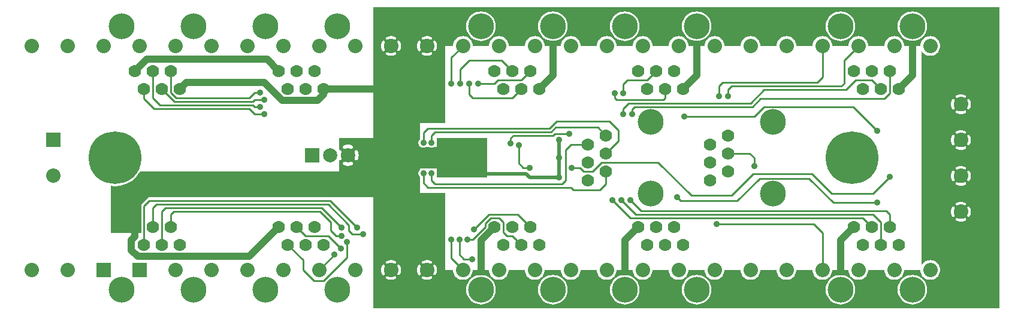
<source format=gbr>
G04 start of page 3 for group 1 idx 1 *
G04 Title: (unknown), solder *
G04 Creator: pcb 20140316 *
G04 CreationDate: Mon 29 Jan 2018 01:09:37 AM GMT UTC *
G04 For: railfan *
G04 Format: Gerber/RS-274X *
G04 PCB-Dimensions (mil): 5500.00 1700.00 *
G04 PCB-Coordinate-Origin: lower left *
%MOIN*%
%FSLAX25Y25*%
%LNBOTTOM*%
%ADD50C,0.0450*%
%ADD49C,0.0350*%
%ADD48C,0.1285*%
%ADD47C,0.0300*%
%ADD46C,0.1280*%
%ADD45C,0.0480*%
%ADD44C,0.0360*%
%ADD43C,0.0787*%
%ADD42C,0.2937*%
%ADD41C,0.0700*%
%ADD40C,0.1440*%
%ADD39C,0.0800*%
%ADD38C,0.0400*%
%ADD37C,0.0200*%
%ADD36C,0.0100*%
%ADD35C,0.0001*%
G54D35*G36*
X70798Y77500D02*X190000D01*
Y63000D01*
X54500D01*
Y69471D01*
X54539Y69461D01*
X57000Y69268D01*
X59461Y69461D01*
X61862Y70038D01*
X64142Y70982D01*
X66247Y72272D01*
X68124Y73876D01*
X69728Y75753D01*
X70798Y77500D01*
G37*
G36*
X70500Y58000D02*Y64000D01*
X76500D01*
X70500Y58000D01*
G37*
G36*
X54500Y43000D02*Y69471D01*
X54539Y69461D01*
X57000Y69268D01*
X59461Y69461D01*
X61862Y70038D01*
X64142Y70982D01*
X66247Y72272D01*
X68124Y73876D01*
X69728Y75753D01*
X70798Y77500D01*
X71500D01*
Y58000D01*
X71500Y58000D01*
Y43000D01*
X54500D01*
G37*
G36*
X183000Y76500D02*X220000D01*
Y63000D01*
X183000D01*
Y76500D01*
G37*
G36*
X200500Y106500D02*X226500D01*
Y95470D01*
X226228Y95151D01*
X225997Y94775D01*
X225829Y94368D01*
X225741Y94000D01*
X200500D01*
Y106500D01*
G37*
G36*
X264000Y89000D02*X236000D01*
Y96000D01*
X264000D01*
Y89000D01*
G37*
G36*
Y74000D02*X236000D01*
Y81000D01*
X264000D01*
Y74000D01*
G37*
G36*
X226500Y64500D02*X218500D01*
Y75000D01*
X226135D01*
X226228Y74849D01*
X226500Y74530D01*
Y64500D01*
G37*
G36*
X223500Y91000D02*X227221D01*
X227225Y90997D01*
X227632Y90829D01*
X228061Y90726D01*
X228500Y90691D01*
X228939Y90726D01*
X229368Y90829D01*
X229775Y90997D01*
X229779Y91000D01*
X231721D01*
X231725Y90997D01*
X232132Y90829D01*
X232561Y90726D01*
X233000Y90691D01*
X233439Y90726D01*
X233868Y90829D01*
X234275Y90997D01*
X234279Y91000D01*
X264000D01*
Y79000D01*
X234279D01*
X234275Y79003D01*
X233868Y79171D01*
X233439Y79274D01*
X233000Y79309D01*
X232561Y79274D01*
X232132Y79171D01*
X231725Y79003D01*
X231721Y79000D01*
X229779D01*
X229775Y79003D01*
X229368Y79171D01*
X228939Y79274D01*
X228500Y79309D01*
X228061Y79274D01*
X227632Y79171D01*
X227225Y79003D01*
X227221Y79000D01*
X223500D01*
Y91000D01*
G37*
G36*
X234993Y65500D02*X240500D01*
Y9500D01*
X234993D01*
Y19645D01*
X235078Y19681D01*
X235179Y19743D01*
X235269Y19819D01*
X235345Y19909D01*
X235405Y20011D01*
X235622Y20480D01*
X235789Y20969D01*
X235909Y21472D01*
X235982Y21984D01*
X236006Y22500D01*
X235982Y23016D01*
X235909Y23528D01*
X235789Y24031D01*
X235622Y24520D01*
X235410Y24992D01*
X235349Y25093D01*
X235272Y25184D01*
X235182Y25261D01*
X235080Y25323D01*
X234993Y25360D01*
Y65500D01*
G37*
G36*
X230502D02*X234993D01*
Y25360D01*
X234971Y25369D01*
X234855Y25397D01*
X234737Y25406D01*
X234619Y25397D01*
X234503Y25370D01*
X234393Y25324D01*
X234292Y25262D01*
X234202Y25186D01*
X234124Y25095D01*
X234062Y24994D01*
X234016Y24885D01*
X233989Y24769D01*
X233979Y24651D01*
X233988Y24532D01*
X234016Y24417D01*
X234063Y24308D01*
X234221Y23968D01*
X234342Y23612D01*
X234430Y23247D01*
X234482Y22875D01*
X234500Y22500D01*
X234482Y22125D01*
X234430Y21753D01*
X234342Y21388D01*
X234221Y21032D01*
X234067Y20690D01*
X234020Y20582D01*
X233993Y20467D01*
X233983Y20349D01*
X233993Y20232D01*
X234021Y20117D01*
X234066Y20008D01*
X234128Y19907D01*
X234205Y19818D01*
X234295Y19741D01*
X234395Y19680D01*
X234504Y19635D01*
X234619Y19607D01*
X234737Y19598D01*
X234855Y19608D01*
X234969Y19635D01*
X234993Y19645D01*
Y9500D01*
X230502D01*
Y16994D01*
X231016Y17018D01*
X231528Y17091D01*
X232031Y17211D01*
X232520Y17378D01*
X232992Y17590D01*
X233093Y17651D01*
X233184Y17728D01*
X233261Y17818D01*
X233323Y17920D01*
X233369Y18029D01*
X233397Y18145D01*
X233406Y18263D01*
X233397Y18381D01*
X233370Y18497D01*
X233324Y18607D01*
X233262Y18708D01*
X233186Y18798D01*
X233095Y18876D01*
X232994Y18938D01*
X232885Y18984D01*
X232769Y19011D01*
X232651Y19021D01*
X232532Y19012D01*
X232417Y18984D01*
X232308Y18937D01*
X231968Y18779D01*
X231612Y18658D01*
X231247Y18570D01*
X230875Y18518D01*
X230502Y18500D01*
Y26500D01*
X230875Y26482D01*
X231247Y26430D01*
X231612Y26342D01*
X231968Y26221D01*
X232310Y26067D01*
X232418Y26020D01*
X232533Y25993D01*
X232651Y25983D01*
X232768Y25993D01*
X232883Y26021D01*
X232992Y26066D01*
X233093Y26128D01*
X233182Y26205D01*
X233259Y26295D01*
X233320Y26395D01*
X233365Y26504D01*
X233393Y26619D01*
X233402Y26737D01*
X233392Y26855D01*
X233365Y26969D01*
X233319Y27078D01*
X233257Y27179D01*
X233181Y27269D01*
X233091Y27345D01*
X232989Y27405D01*
X232520Y27622D01*
X232031Y27789D01*
X231528Y27909D01*
X231016Y27982D01*
X230502Y28006D01*
Y65500D01*
G37*
G36*
X226007D02*X230502D01*
Y28006D01*
X230500Y28006D01*
X229984Y27982D01*
X229472Y27909D01*
X228969Y27789D01*
X228480Y27622D01*
X228008Y27410D01*
X227907Y27349D01*
X227816Y27272D01*
X227739Y27182D01*
X227677Y27080D01*
X227631Y26971D01*
X227603Y26855D01*
X227594Y26737D01*
X227603Y26619D01*
X227630Y26503D01*
X227676Y26393D01*
X227738Y26292D01*
X227814Y26202D01*
X227905Y26124D01*
X228006Y26062D01*
X228115Y26016D01*
X228231Y25989D01*
X228349Y25979D01*
X228468Y25988D01*
X228583Y26016D01*
X228692Y26063D01*
X229032Y26221D01*
X229388Y26342D01*
X229753Y26430D01*
X230125Y26482D01*
X230500Y26500D01*
X230502Y26500D01*
Y18500D01*
X230500Y18500D01*
X230125Y18518D01*
X229753Y18570D01*
X229388Y18658D01*
X229032Y18779D01*
X228690Y18933D01*
X228582Y18980D01*
X228467Y19007D01*
X228349Y19017D01*
X228232Y19007D01*
X228117Y18979D01*
X228008Y18934D01*
X227907Y18872D01*
X227818Y18795D01*
X227741Y18705D01*
X227680Y18605D01*
X227635Y18496D01*
X227607Y18381D01*
X227598Y18263D01*
X227608Y18145D01*
X227635Y18031D01*
X227681Y17922D01*
X227743Y17821D01*
X227819Y17731D01*
X227909Y17655D01*
X228011Y17595D01*
X228480Y17378D01*
X228969Y17211D01*
X229472Y17091D01*
X229984Y17018D01*
X230500Y16994D01*
X230502Y16994D01*
Y9500D01*
X226007D01*
Y19640D01*
X226029Y19631D01*
X226145Y19603D01*
X226263Y19594D01*
X226381Y19603D01*
X226497Y19630D01*
X226607Y19676D01*
X226708Y19738D01*
X226798Y19814D01*
X226876Y19905D01*
X226938Y20006D01*
X226984Y20115D01*
X227011Y20231D01*
X227021Y20349D01*
X227012Y20468D01*
X226984Y20583D01*
X226937Y20692D01*
X226779Y21032D01*
X226658Y21388D01*
X226570Y21753D01*
X226518Y22125D01*
X226500Y22500D01*
X226518Y22875D01*
X226570Y23247D01*
X226658Y23612D01*
X226779Y23968D01*
X226933Y24310D01*
X226980Y24418D01*
X227007Y24533D01*
X227017Y24651D01*
X227007Y24768D01*
X226979Y24883D01*
X226934Y24992D01*
X226872Y25093D01*
X226795Y25182D01*
X226705Y25259D01*
X226605Y25320D01*
X226496Y25365D01*
X226381Y25393D01*
X226263Y25402D01*
X226145Y25392D01*
X226031Y25365D01*
X226007Y25355D01*
Y65500D01*
G37*
G36*
X214993D02*X226007D01*
Y25355D01*
X225922Y25319D01*
X225821Y25257D01*
X225731Y25181D01*
X225655Y25091D01*
X225595Y24989D01*
X225378Y24520D01*
X225211Y24031D01*
X225091Y23528D01*
X225018Y23016D01*
X224994Y22500D01*
X225018Y21984D01*
X225091Y21472D01*
X225211Y20969D01*
X225378Y20480D01*
X225590Y20008D01*
X225651Y19907D01*
X225728Y19816D01*
X225818Y19739D01*
X225920Y19677D01*
X226007Y19640D01*
Y9500D01*
X214993D01*
Y19645D01*
X215078Y19681D01*
X215179Y19743D01*
X215269Y19819D01*
X215345Y19909D01*
X215405Y20011D01*
X215622Y20480D01*
X215789Y20969D01*
X215909Y21472D01*
X215982Y21984D01*
X216006Y22500D01*
X215982Y23016D01*
X215909Y23528D01*
X215789Y24031D01*
X215622Y24520D01*
X215410Y24992D01*
X215349Y25093D01*
X215272Y25184D01*
X215182Y25261D01*
X215080Y25323D01*
X214993Y25360D01*
Y65500D01*
G37*
G36*
X210502D02*X214993D01*
Y25360D01*
X214971Y25369D01*
X214855Y25397D01*
X214737Y25406D01*
X214619Y25397D01*
X214503Y25370D01*
X214393Y25324D01*
X214292Y25262D01*
X214202Y25186D01*
X214124Y25095D01*
X214062Y24994D01*
X214016Y24885D01*
X213989Y24769D01*
X213979Y24651D01*
X213988Y24532D01*
X214016Y24417D01*
X214063Y24308D01*
X214221Y23968D01*
X214342Y23612D01*
X214430Y23247D01*
X214482Y22875D01*
X214500Y22500D01*
X214482Y22125D01*
X214430Y21753D01*
X214342Y21388D01*
X214221Y21032D01*
X214067Y20690D01*
X214020Y20582D01*
X213993Y20467D01*
X213983Y20349D01*
X213993Y20232D01*
X214021Y20117D01*
X214066Y20008D01*
X214128Y19907D01*
X214205Y19818D01*
X214295Y19741D01*
X214395Y19680D01*
X214504Y19635D01*
X214619Y19607D01*
X214737Y19598D01*
X214855Y19608D01*
X214969Y19635D01*
X214993Y19645D01*
Y9500D01*
X210502D01*
Y16994D01*
X211016Y17018D01*
X211528Y17091D01*
X212031Y17211D01*
X212520Y17378D01*
X212992Y17590D01*
X213093Y17651D01*
X213184Y17728D01*
X213261Y17818D01*
X213323Y17920D01*
X213369Y18029D01*
X213397Y18145D01*
X213406Y18263D01*
X213397Y18381D01*
X213370Y18497D01*
X213324Y18607D01*
X213262Y18708D01*
X213186Y18798D01*
X213095Y18876D01*
X212994Y18938D01*
X212885Y18984D01*
X212769Y19011D01*
X212651Y19021D01*
X212532Y19012D01*
X212417Y18984D01*
X212308Y18937D01*
X211968Y18779D01*
X211612Y18658D01*
X211247Y18570D01*
X210875Y18518D01*
X210502Y18500D01*
Y26500D01*
X210875Y26482D01*
X211247Y26430D01*
X211612Y26342D01*
X211968Y26221D01*
X212310Y26067D01*
X212418Y26020D01*
X212533Y25993D01*
X212651Y25983D01*
X212768Y25993D01*
X212883Y26021D01*
X212992Y26066D01*
X213093Y26128D01*
X213182Y26205D01*
X213259Y26295D01*
X213320Y26395D01*
X213365Y26504D01*
X213393Y26619D01*
X213402Y26737D01*
X213392Y26855D01*
X213365Y26969D01*
X213319Y27078D01*
X213257Y27179D01*
X213181Y27269D01*
X213091Y27345D01*
X212989Y27405D01*
X212520Y27622D01*
X212031Y27789D01*
X211528Y27909D01*
X211016Y27982D01*
X210502Y28006D01*
Y65500D01*
G37*
G36*
X206007D02*X210502D01*
Y28006D01*
X210500Y28006D01*
X209984Y27982D01*
X209472Y27909D01*
X208969Y27789D01*
X208480Y27622D01*
X208008Y27410D01*
X207907Y27349D01*
X207816Y27272D01*
X207739Y27182D01*
X207677Y27080D01*
X207631Y26971D01*
X207603Y26855D01*
X207594Y26737D01*
X207603Y26619D01*
X207630Y26503D01*
X207676Y26393D01*
X207738Y26292D01*
X207814Y26202D01*
X207905Y26124D01*
X208006Y26062D01*
X208115Y26016D01*
X208231Y25989D01*
X208349Y25979D01*
X208468Y25988D01*
X208583Y26016D01*
X208692Y26063D01*
X209032Y26221D01*
X209388Y26342D01*
X209753Y26430D01*
X210125Y26482D01*
X210500Y26500D01*
X210502Y26500D01*
Y18500D01*
X210500Y18500D01*
X210125Y18518D01*
X209753Y18570D01*
X209388Y18658D01*
X209032Y18779D01*
X208690Y18933D01*
X208582Y18980D01*
X208467Y19007D01*
X208349Y19017D01*
X208232Y19007D01*
X208117Y18979D01*
X208008Y18934D01*
X207907Y18872D01*
X207818Y18795D01*
X207741Y18705D01*
X207680Y18605D01*
X207635Y18496D01*
X207607Y18381D01*
X207598Y18263D01*
X207608Y18145D01*
X207635Y18031D01*
X207681Y17922D01*
X207743Y17821D01*
X207819Y17731D01*
X207909Y17655D01*
X208011Y17595D01*
X208480Y17378D01*
X208969Y17211D01*
X209472Y17091D01*
X209984Y17018D01*
X210500Y16994D01*
X210502Y16994D01*
Y9500D01*
X206007D01*
Y19640D01*
X206029Y19631D01*
X206145Y19603D01*
X206263Y19594D01*
X206381Y19603D01*
X206497Y19630D01*
X206607Y19676D01*
X206708Y19738D01*
X206798Y19814D01*
X206876Y19905D01*
X206938Y20006D01*
X206984Y20115D01*
X207011Y20231D01*
X207021Y20349D01*
X207012Y20468D01*
X206984Y20583D01*
X206937Y20692D01*
X206779Y21032D01*
X206658Y21388D01*
X206570Y21753D01*
X206518Y22125D01*
X206500Y22500D01*
X206518Y22875D01*
X206570Y23247D01*
X206658Y23612D01*
X206779Y23968D01*
X206933Y24310D01*
X206980Y24418D01*
X207007Y24533D01*
X207017Y24651D01*
X207007Y24768D01*
X206979Y24883D01*
X206934Y24992D01*
X206872Y25093D01*
X206795Y25182D01*
X206705Y25259D01*
X206605Y25320D01*
X206496Y25365D01*
X206381Y25393D01*
X206263Y25402D01*
X206145Y25392D01*
X206031Y25365D01*
X206007Y25355D01*
Y65500D01*
G37*
G36*
X200500Y9500D02*Y65500D01*
X206007D01*
Y25355D01*
X205922Y25319D01*
X205821Y25257D01*
X205731Y25181D01*
X205655Y25091D01*
X205595Y24989D01*
X205378Y24520D01*
X205211Y24031D01*
X205091Y23528D01*
X205018Y23016D01*
X204994Y22500D01*
X205018Y21984D01*
X205091Y21472D01*
X205211Y20969D01*
X205378Y20480D01*
X205590Y20008D01*
X205651Y19907D01*
X205728Y19816D01*
X205818Y19739D01*
X205920Y19677D01*
X206007Y19640D01*
Y9500D01*
X200500D01*
G37*
G36*
X234993Y160500D02*X240500D01*
Y104500D01*
X234993D01*
Y144645D01*
X235078Y144681D01*
X235179Y144743D01*
X235269Y144819D01*
X235345Y144909D01*
X235405Y145011D01*
X235622Y145480D01*
X235789Y145969D01*
X235909Y146472D01*
X235982Y146984D01*
X236006Y147500D01*
X235982Y148016D01*
X235909Y148528D01*
X235789Y149031D01*
X235622Y149520D01*
X235410Y149992D01*
X235349Y150093D01*
X235272Y150184D01*
X235182Y150261D01*
X235080Y150323D01*
X234993Y150360D01*
Y160500D01*
G37*
G36*
X230502D02*X234993D01*
Y150360D01*
X234971Y150369D01*
X234855Y150397D01*
X234737Y150406D01*
X234619Y150397D01*
X234503Y150370D01*
X234393Y150324D01*
X234292Y150262D01*
X234202Y150186D01*
X234124Y150095D01*
X234062Y149994D01*
X234016Y149885D01*
X233989Y149769D01*
X233979Y149651D01*
X233988Y149532D01*
X234016Y149417D01*
X234063Y149308D01*
X234221Y148968D01*
X234342Y148612D01*
X234430Y148247D01*
X234482Y147875D01*
X234500Y147500D01*
X234482Y147125D01*
X234430Y146753D01*
X234342Y146388D01*
X234221Y146032D01*
X234067Y145690D01*
X234020Y145582D01*
X233993Y145467D01*
X233983Y145349D01*
X233993Y145232D01*
X234021Y145117D01*
X234066Y145008D01*
X234128Y144907D01*
X234205Y144818D01*
X234295Y144741D01*
X234395Y144680D01*
X234504Y144635D01*
X234619Y144607D01*
X234737Y144598D01*
X234855Y144608D01*
X234969Y144635D01*
X234993Y144645D01*
Y104500D01*
X230502D01*
Y141994D01*
X231016Y142018D01*
X231528Y142091D01*
X232031Y142211D01*
X232520Y142378D01*
X232992Y142590D01*
X233093Y142651D01*
X233184Y142728D01*
X233261Y142818D01*
X233323Y142920D01*
X233369Y143029D01*
X233397Y143145D01*
X233406Y143263D01*
X233397Y143381D01*
X233370Y143497D01*
X233324Y143607D01*
X233262Y143708D01*
X233186Y143798D01*
X233095Y143876D01*
X232994Y143938D01*
X232885Y143984D01*
X232769Y144011D01*
X232651Y144021D01*
X232532Y144012D01*
X232417Y143984D01*
X232308Y143937D01*
X231968Y143779D01*
X231612Y143658D01*
X231247Y143570D01*
X230875Y143518D01*
X230502Y143500D01*
Y151500D01*
X230875Y151482D01*
X231247Y151430D01*
X231612Y151342D01*
X231968Y151221D01*
X232310Y151067D01*
X232418Y151020D01*
X232533Y150993D01*
X232651Y150983D01*
X232768Y150993D01*
X232883Y151021D01*
X232992Y151066D01*
X233093Y151128D01*
X233182Y151205D01*
X233259Y151295D01*
X233320Y151395D01*
X233365Y151504D01*
X233393Y151619D01*
X233402Y151737D01*
X233392Y151855D01*
X233365Y151969D01*
X233319Y152078D01*
X233257Y152179D01*
X233181Y152269D01*
X233091Y152345D01*
X232989Y152405D01*
X232520Y152622D01*
X232031Y152789D01*
X231528Y152909D01*
X231016Y152982D01*
X230502Y153006D01*
Y160500D01*
G37*
G36*
X226007D02*X230502D01*
Y153006D01*
X230500Y153006D01*
X229984Y152982D01*
X229472Y152909D01*
X228969Y152789D01*
X228480Y152622D01*
X228008Y152410D01*
X227907Y152349D01*
X227816Y152272D01*
X227739Y152182D01*
X227677Y152080D01*
X227631Y151971D01*
X227603Y151855D01*
X227594Y151737D01*
X227603Y151619D01*
X227630Y151503D01*
X227676Y151393D01*
X227738Y151292D01*
X227814Y151202D01*
X227905Y151124D01*
X228006Y151062D01*
X228115Y151016D01*
X228231Y150989D01*
X228349Y150979D01*
X228468Y150988D01*
X228583Y151016D01*
X228692Y151063D01*
X229032Y151221D01*
X229388Y151342D01*
X229753Y151430D01*
X230125Y151482D01*
X230500Y151500D01*
X230502Y151500D01*
Y143500D01*
X230500Y143500D01*
X230125Y143518D01*
X229753Y143570D01*
X229388Y143658D01*
X229032Y143779D01*
X228690Y143933D01*
X228582Y143980D01*
X228467Y144007D01*
X228349Y144017D01*
X228232Y144007D01*
X228117Y143979D01*
X228008Y143934D01*
X227907Y143872D01*
X227818Y143795D01*
X227741Y143705D01*
X227680Y143605D01*
X227635Y143496D01*
X227607Y143381D01*
X227598Y143263D01*
X227608Y143145D01*
X227635Y143031D01*
X227681Y142922D01*
X227743Y142821D01*
X227819Y142731D01*
X227909Y142655D01*
X228011Y142595D01*
X228480Y142378D01*
X228969Y142211D01*
X229472Y142091D01*
X229984Y142018D01*
X230500Y141994D01*
X230502Y141994D01*
Y104500D01*
X226007D01*
Y144640D01*
X226029Y144631D01*
X226145Y144603D01*
X226263Y144594D01*
X226381Y144603D01*
X226497Y144630D01*
X226607Y144676D01*
X226708Y144738D01*
X226798Y144814D01*
X226876Y144905D01*
X226938Y145006D01*
X226984Y145115D01*
X227011Y145231D01*
X227021Y145349D01*
X227012Y145468D01*
X226984Y145583D01*
X226937Y145692D01*
X226779Y146032D01*
X226658Y146388D01*
X226570Y146753D01*
X226518Y147125D01*
X226500Y147500D01*
X226518Y147875D01*
X226570Y148247D01*
X226658Y148612D01*
X226779Y148968D01*
X226933Y149310D01*
X226980Y149418D01*
X227007Y149533D01*
X227017Y149651D01*
X227007Y149768D01*
X226979Y149883D01*
X226934Y149992D01*
X226872Y150093D01*
X226795Y150182D01*
X226705Y150259D01*
X226605Y150320D01*
X226496Y150365D01*
X226381Y150393D01*
X226263Y150402D01*
X226145Y150392D01*
X226031Y150365D01*
X226007Y150355D01*
Y160500D01*
G37*
G36*
X214993D02*X226007D01*
Y150355D01*
X225922Y150319D01*
X225821Y150257D01*
X225731Y150181D01*
X225655Y150091D01*
X225595Y149989D01*
X225378Y149520D01*
X225211Y149031D01*
X225091Y148528D01*
X225018Y148016D01*
X224994Y147500D01*
X225018Y146984D01*
X225091Y146472D01*
X225211Y145969D01*
X225378Y145480D01*
X225590Y145008D01*
X225651Y144907D01*
X225728Y144816D01*
X225818Y144739D01*
X225920Y144677D01*
X226007Y144640D01*
Y104500D01*
X214993D01*
Y144645D01*
X215078Y144681D01*
X215179Y144743D01*
X215269Y144819D01*
X215345Y144909D01*
X215405Y145011D01*
X215622Y145480D01*
X215789Y145969D01*
X215909Y146472D01*
X215982Y146984D01*
X216006Y147500D01*
X215982Y148016D01*
X215909Y148528D01*
X215789Y149031D01*
X215622Y149520D01*
X215410Y149992D01*
X215349Y150093D01*
X215272Y150184D01*
X215182Y150261D01*
X215080Y150323D01*
X214993Y150360D01*
Y160500D01*
G37*
G36*
X210502D02*X214993D01*
Y150360D01*
X214971Y150369D01*
X214855Y150397D01*
X214737Y150406D01*
X214619Y150397D01*
X214503Y150370D01*
X214393Y150324D01*
X214292Y150262D01*
X214202Y150186D01*
X214124Y150095D01*
X214062Y149994D01*
X214016Y149885D01*
X213989Y149769D01*
X213979Y149651D01*
X213988Y149532D01*
X214016Y149417D01*
X214063Y149308D01*
X214221Y148968D01*
X214342Y148612D01*
X214430Y148247D01*
X214482Y147875D01*
X214500Y147500D01*
X214482Y147125D01*
X214430Y146753D01*
X214342Y146388D01*
X214221Y146032D01*
X214067Y145690D01*
X214020Y145582D01*
X213993Y145467D01*
X213983Y145349D01*
X213993Y145232D01*
X214021Y145117D01*
X214066Y145008D01*
X214128Y144907D01*
X214205Y144818D01*
X214295Y144741D01*
X214395Y144680D01*
X214504Y144635D01*
X214619Y144607D01*
X214737Y144598D01*
X214855Y144608D01*
X214969Y144635D01*
X214993Y144645D01*
Y104500D01*
X210502D01*
Y141994D01*
X211016Y142018D01*
X211528Y142091D01*
X212031Y142211D01*
X212520Y142378D01*
X212992Y142590D01*
X213093Y142651D01*
X213184Y142728D01*
X213261Y142818D01*
X213323Y142920D01*
X213369Y143029D01*
X213397Y143145D01*
X213406Y143263D01*
X213397Y143381D01*
X213370Y143497D01*
X213324Y143607D01*
X213262Y143708D01*
X213186Y143798D01*
X213095Y143876D01*
X212994Y143938D01*
X212885Y143984D01*
X212769Y144011D01*
X212651Y144021D01*
X212532Y144012D01*
X212417Y143984D01*
X212308Y143937D01*
X211968Y143779D01*
X211612Y143658D01*
X211247Y143570D01*
X210875Y143518D01*
X210502Y143500D01*
Y151500D01*
X210875Y151482D01*
X211247Y151430D01*
X211612Y151342D01*
X211968Y151221D01*
X212310Y151067D01*
X212418Y151020D01*
X212533Y150993D01*
X212651Y150983D01*
X212768Y150993D01*
X212883Y151021D01*
X212992Y151066D01*
X213093Y151128D01*
X213182Y151205D01*
X213259Y151295D01*
X213320Y151395D01*
X213365Y151504D01*
X213393Y151619D01*
X213402Y151737D01*
X213392Y151855D01*
X213365Y151969D01*
X213319Y152078D01*
X213257Y152179D01*
X213181Y152269D01*
X213091Y152345D01*
X212989Y152405D01*
X212520Y152622D01*
X212031Y152789D01*
X211528Y152909D01*
X211016Y152982D01*
X210502Y153006D01*
Y160500D01*
G37*
G36*
X206007D02*X210502D01*
Y153006D01*
X210500Y153006D01*
X209984Y152982D01*
X209472Y152909D01*
X208969Y152789D01*
X208480Y152622D01*
X208008Y152410D01*
X207907Y152349D01*
X207816Y152272D01*
X207739Y152182D01*
X207677Y152080D01*
X207631Y151971D01*
X207603Y151855D01*
X207594Y151737D01*
X207603Y151619D01*
X207630Y151503D01*
X207676Y151393D01*
X207738Y151292D01*
X207814Y151202D01*
X207905Y151124D01*
X208006Y151062D01*
X208115Y151016D01*
X208231Y150989D01*
X208349Y150979D01*
X208468Y150988D01*
X208583Y151016D01*
X208692Y151063D01*
X209032Y151221D01*
X209388Y151342D01*
X209753Y151430D01*
X210125Y151482D01*
X210500Y151500D01*
X210502Y151500D01*
Y143500D01*
X210500Y143500D01*
X210125Y143518D01*
X209753Y143570D01*
X209388Y143658D01*
X209032Y143779D01*
X208690Y143933D01*
X208582Y143980D01*
X208467Y144007D01*
X208349Y144017D01*
X208232Y144007D01*
X208117Y143979D01*
X208008Y143934D01*
X207907Y143872D01*
X207818Y143795D01*
X207741Y143705D01*
X207680Y143605D01*
X207635Y143496D01*
X207607Y143381D01*
X207598Y143263D01*
X207608Y143145D01*
X207635Y143031D01*
X207681Y142922D01*
X207743Y142821D01*
X207819Y142731D01*
X207909Y142655D01*
X208011Y142595D01*
X208480Y142378D01*
X208969Y142211D01*
X209472Y142091D01*
X209984Y142018D01*
X210500Y141994D01*
X210502Y141994D01*
Y104500D01*
X206007D01*
Y144640D01*
X206029Y144631D01*
X206145Y144603D01*
X206263Y144594D01*
X206381Y144603D01*
X206497Y144630D01*
X206607Y144676D01*
X206708Y144738D01*
X206798Y144814D01*
X206876Y144905D01*
X206938Y145006D01*
X206984Y145115D01*
X207011Y145231D01*
X207021Y145349D01*
X207012Y145468D01*
X206984Y145583D01*
X206937Y145692D01*
X206779Y146032D01*
X206658Y146388D01*
X206570Y146753D01*
X206518Y147125D01*
X206500Y147500D01*
X206518Y147875D01*
X206570Y148247D01*
X206658Y148612D01*
X206779Y148968D01*
X206933Y149310D01*
X206980Y149418D01*
X207007Y149533D01*
X207017Y149651D01*
X207007Y149768D01*
X206979Y149883D01*
X206934Y149992D01*
X206872Y150093D01*
X206795Y150182D01*
X206705Y150259D01*
X206605Y150320D01*
X206496Y150365D01*
X206381Y150393D01*
X206263Y150402D01*
X206145Y150392D01*
X206031Y150365D01*
X206007Y150355D01*
Y160500D01*
G37*
G36*
X200500Y104500D02*Y160500D01*
X206007D01*
Y150355D01*
X205922Y150319D01*
X205821Y150257D01*
X205731Y150181D01*
X205655Y150091D01*
X205595Y149989D01*
X205378Y149520D01*
X205211Y149031D01*
X205091Y148528D01*
X205018Y148016D01*
X204994Y147500D01*
X205018Y146984D01*
X205091Y146472D01*
X205211Y145969D01*
X205378Y145480D01*
X205590Y145008D01*
X205651Y144907D01*
X205728Y144816D01*
X205818Y144739D01*
X205920Y144677D01*
X206007Y144640D01*
Y104500D01*
X200500D01*
G37*
G36*
X191261Y96000D02*X226500D01*
Y95470D01*
X226228Y95151D01*
X225997Y94775D01*
X225829Y94368D01*
X225726Y93939D01*
X225691Y93500D01*
X225726Y93061D01*
X225829Y92632D01*
X225997Y92225D01*
X226228Y91849D01*
X226500Y91530D01*
Y78470D01*
X226228Y78151D01*
X225997Y77775D01*
X225829Y77368D01*
X225726Y76939D01*
X225691Y76500D01*
X225726Y76061D01*
X225829Y75632D01*
X225997Y75225D01*
X226228Y74849D01*
X226500Y74530D01*
Y74000D01*
X191261D01*
Y83683D01*
X191331Y83695D01*
X191480Y83746D01*
X191619Y83819D01*
X191745Y83913D01*
X191855Y84025D01*
X191946Y84154D01*
X192013Y84296D01*
X192204Y84828D01*
X192337Y85377D01*
X192417Y85936D01*
X192444Y86500D01*
X192417Y87064D01*
X192337Y87623D01*
X192204Y88172D01*
X192019Y88706D01*
X191950Y88848D01*
X191858Y88977D01*
X191748Y89091D01*
X191621Y89185D01*
X191481Y89259D01*
X191332Y89309D01*
X191261Y89321D01*
Y96000D01*
G37*
G36*
X186502D02*X191261D01*
Y89321D01*
X191176Y89336D01*
X191018Y89338D01*
X190861Y89315D01*
X190710Y89268D01*
X190569Y89198D01*
X190439Y89107D01*
X190326Y88996D01*
X190232Y88870D01*
X190158Y88730D01*
X190108Y88580D01*
X190081Y88424D01*
X190079Y88266D01*
X190102Y88110D01*
X190152Y87960D01*
X190278Y87608D01*
X190366Y87244D01*
X190419Y86874D01*
X190437Y86500D01*
X190419Y86126D01*
X190366Y85756D01*
X190278Y85392D01*
X190156Y85039D01*
X190106Y84889D01*
X190083Y84734D01*
X190085Y84576D01*
X190112Y84421D01*
X190162Y84272D01*
X190236Y84133D01*
X190330Y84007D01*
X190442Y83897D01*
X190571Y83806D01*
X190712Y83736D01*
X190862Y83689D01*
X191018Y83667D01*
X191175Y83668D01*
X191261Y83683D01*
Y74000D01*
X186502D01*
Y80556D01*
X187064Y80583D01*
X187623Y80663D01*
X188172Y80796D01*
X188706Y80981D01*
X188848Y81050D01*
X188977Y81142D01*
X189091Y81252D01*
X189185Y81379D01*
X189259Y81519D01*
X189309Y81668D01*
X189336Y81824D01*
X189338Y81982D01*
X189315Y82139D01*
X189268Y82290D01*
X189198Y82431D01*
X189107Y82561D01*
X188996Y82674D01*
X188870Y82768D01*
X188730Y82842D01*
X188580Y82892D01*
X188424Y82919D01*
X188266Y82921D01*
X188110Y82898D01*
X187960Y82848D01*
X187608Y82722D01*
X187244Y82634D01*
X186874Y82581D01*
X186502Y82563D01*
Y90437D01*
X186874Y90419D01*
X187244Y90366D01*
X187608Y90278D01*
X187961Y90156D01*
X188111Y90106D01*
X188266Y90083D01*
X188424Y90085D01*
X188579Y90112D01*
X188728Y90162D01*
X188867Y90236D01*
X188993Y90330D01*
X189103Y90442D01*
X189194Y90571D01*
X189264Y90712D01*
X189311Y90862D01*
X189333Y91018D01*
X189332Y91175D01*
X189305Y91331D01*
X189254Y91480D01*
X189181Y91619D01*
X189087Y91745D01*
X188975Y91855D01*
X188846Y91946D01*
X188704Y92013D01*
X188172Y92204D01*
X187623Y92337D01*
X187064Y92417D01*
X186502Y92444D01*
Y96000D01*
G37*
G36*
X181500D02*X186502D01*
Y92444D01*
X186500Y92444D01*
X185936Y92417D01*
X185377Y92337D01*
X184828Y92204D01*
X184294Y92019D01*
X184152Y91950D01*
X184023Y91858D01*
X183909Y91748D01*
X183815Y91621D01*
X183741Y91481D01*
X183691Y91332D01*
X183664Y91176D01*
X183662Y91018D01*
X183685Y90861D01*
X183732Y90710D01*
X183802Y90569D01*
X183893Y90439D01*
X184004Y90326D01*
X184130Y90232D01*
X184270Y90158D01*
X184420Y90108D01*
X184576Y90081D01*
X184734Y90079D01*
X184890Y90102D01*
X185040Y90152D01*
X185392Y90278D01*
X185756Y90366D01*
X186126Y90419D01*
X186500Y90437D01*
X186502Y90437D01*
Y82563D01*
X186500Y82563D01*
X186126Y82581D01*
X185756Y82634D01*
X185392Y82722D01*
X185039Y82844D01*
X184889Y82894D01*
X184734Y82917D01*
X184576Y82915D01*
X184421Y82888D01*
X184272Y82838D01*
X184133Y82764D01*
X184007Y82670D01*
X183897Y82558D01*
X183806Y82429D01*
X183736Y82288D01*
X183689Y82138D01*
X183667Y81982D01*
X183668Y81825D01*
X183695Y81669D01*
X183746Y81520D01*
X183819Y81381D01*
X183913Y81255D01*
X184025Y81145D01*
X184154Y81054D01*
X184296Y80987D01*
X184828Y80796D01*
X185377Y80663D01*
X185936Y80583D01*
X186500Y80556D01*
X186502Y80556D01*
Y74000D01*
X181500D01*
Y83297D01*
X181735Y83679D01*
X181824Y83664D01*
X181982Y83662D01*
X182139Y83685D01*
X182290Y83732D01*
X182431Y83802D01*
X182561Y83893D01*
X182674Y84004D01*
X182768Y84130D01*
X182842Y84270D01*
X182892Y84420D01*
X182919Y84576D01*
X182921Y84734D01*
X182898Y84890D01*
X182848Y85040D01*
X182722Y85392D01*
X182634Y85756D01*
X182581Y86126D01*
X182563Y86500D01*
X182581Y86874D01*
X182634Y87244D01*
X182722Y87608D01*
X182844Y87961D01*
X182894Y88111D01*
X182917Y88266D01*
X182915Y88424D01*
X182888Y88579D01*
X182838Y88728D01*
X182764Y88867D01*
X182670Y88993D01*
X182558Y89103D01*
X182429Y89194D01*
X182288Y89264D01*
X182138Y89311D01*
X181982Y89333D01*
X181825Y89332D01*
X181737Y89317D01*
X181500Y89703D01*
Y96000D01*
G37*
G36*
X500487Y22500D02*X504983D01*
X505051Y21637D01*
X505253Y20795D01*
X505584Y19995D01*
X506037Y19257D01*
X506599Y18599D01*
X507257Y18037D01*
X507995Y17584D01*
X508795Y17253D01*
X509637Y17051D01*
X510500Y16983D01*
X511363Y17051D01*
X512205Y17253D01*
X513005Y17584D01*
X513743Y18037D01*
X514401Y18599D01*
X514963Y19257D01*
X515416Y19995D01*
X515747Y20795D01*
X515949Y21637D01*
X516000Y22500D01*
X524000D01*
Y1000D01*
X500487D01*
Y3276D01*
X500500Y3275D01*
X501787Y3376D01*
X503042Y3677D01*
X504234Y4171D01*
X505335Y4846D01*
X506316Y5684D01*
X507154Y6665D01*
X507829Y7766D01*
X508323Y8958D01*
X508624Y10213D01*
X508700Y11500D01*
X508624Y12787D01*
X508323Y14042D01*
X507829Y15234D01*
X507154Y16335D01*
X506316Y17316D01*
X505335Y18154D01*
X504234Y18829D01*
X503042Y19323D01*
X501787Y19624D01*
X500500Y19725D01*
X500487Y19724D01*
Y22500D01*
G37*
G36*
X460487D02*X464983D01*
X465051Y21637D01*
X465253Y20795D01*
X465584Y19995D01*
X466037Y19257D01*
X466599Y18599D01*
X467257Y18037D01*
X467995Y17584D01*
X468795Y17253D01*
X469637Y17051D01*
X470500Y16983D01*
X471363Y17051D01*
X472205Y17253D01*
X473005Y17584D01*
X473743Y18037D01*
X474401Y18599D01*
X474963Y19257D01*
X475416Y19995D01*
X475747Y20795D01*
X475949Y21637D01*
X476000Y22500D01*
X484983D01*
X485051Y21637D01*
X485253Y20795D01*
X485584Y19995D01*
X486037Y19257D01*
X486599Y18599D01*
X487257Y18037D01*
X487995Y17584D01*
X488795Y17253D01*
X489637Y17051D01*
X490500Y16983D01*
X491363Y17051D01*
X492205Y17253D01*
X493005Y17584D01*
X493743Y18037D01*
X494401Y18599D01*
X494963Y19257D01*
X495416Y19995D01*
X495747Y20795D01*
X495949Y21637D01*
X496000Y22500D01*
X500487D01*
Y19724D01*
X499213Y19624D01*
X497958Y19323D01*
X496766Y18829D01*
X495665Y18154D01*
X494684Y17316D01*
X493846Y16335D01*
X493171Y15234D01*
X492677Y14042D01*
X492376Y12787D01*
X492275Y11500D01*
X492376Y10213D01*
X492677Y8958D01*
X493171Y7766D01*
X493846Y6665D01*
X494684Y5684D01*
X495665Y4846D01*
X496766Y4171D01*
X497958Y3677D01*
X499213Y3376D01*
X500487Y3276D01*
Y1000D01*
X460487D01*
Y3276D01*
X460500Y3275D01*
X461787Y3376D01*
X463042Y3677D01*
X464234Y4171D01*
X465335Y4846D01*
X466316Y5684D01*
X467154Y6665D01*
X467829Y7766D01*
X468323Y8958D01*
X468624Y10213D01*
X468700Y11500D01*
X468624Y12787D01*
X468323Y14042D01*
X467829Y15234D01*
X467154Y16335D01*
X466316Y17316D01*
X465335Y18154D01*
X464234Y18829D01*
X463042Y19323D01*
X461787Y19624D01*
X460500Y19725D01*
X460487Y19724D01*
Y22500D01*
G37*
G36*
X380487D02*X384983D01*
X385051Y21637D01*
X385253Y20795D01*
X385584Y19995D01*
X386037Y19257D01*
X386599Y18599D01*
X387257Y18037D01*
X387995Y17584D01*
X388795Y17253D01*
X389637Y17051D01*
X390500Y16983D01*
X391363Y17051D01*
X392205Y17253D01*
X393005Y17584D01*
X393743Y18037D01*
X394401Y18599D01*
X394963Y19257D01*
X395416Y19995D01*
X395747Y20795D01*
X395949Y21637D01*
X396000Y22500D01*
X404983D01*
X405051Y21637D01*
X405253Y20795D01*
X405584Y19995D01*
X406037Y19257D01*
X406599Y18599D01*
X407257Y18037D01*
X407995Y17584D01*
X408795Y17253D01*
X409637Y17051D01*
X410500Y16983D01*
X411363Y17051D01*
X412205Y17253D01*
X413005Y17584D01*
X413743Y18037D01*
X414401Y18599D01*
X414963Y19257D01*
X415416Y19995D01*
X415747Y20795D01*
X415949Y21637D01*
X416000Y22500D01*
X424983D01*
X425051Y21637D01*
X425253Y20795D01*
X425584Y19995D01*
X426037Y19257D01*
X426599Y18599D01*
X427257Y18037D01*
X427995Y17584D01*
X428795Y17253D01*
X429637Y17051D01*
X430500Y16983D01*
X431363Y17051D01*
X432205Y17253D01*
X433005Y17584D01*
X433743Y18037D01*
X434401Y18599D01*
X434963Y19257D01*
X435416Y19995D01*
X435747Y20795D01*
X435949Y21637D01*
X436000Y22500D01*
X444983D01*
X445051Y21637D01*
X445253Y20795D01*
X445584Y19995D01*
X446037Y19257D01*
X446599Y18599D01*
X447257Y18037D01*
X447995Y17584D01*
X448795Y17253D01*
X449637Y17051D01*
X450500Y16983D01*
X451363Y17051D01*
X452205Y17253D01*
X453005Y17584D01*
X453743Y18037D01*
X454401Y18599D01*
X454963Y19257D01*
X455416Y19995D01*
X455747Y20795D01*
X455949Y21637D01*
X456000Y22500D01*
X460487D01*
Y19724D01*
X459213Y19624D01*
X457958Y19323D01*
X456766Y18829D01*
X455665Y18154D01*
X454684Y17316D01*
X453846Y16335D01*
X453171Y15234D01*
X452677Y14042D01*
X452376Y12787D01*
X452275Y11500D01*
X452376Y10213D01*
X452677Y8958D01*
X453171Y7766D01*
X453846Y6665D01*
X454684Y5684D01*
X455665Y4846D01*
X456766Y4171D01*
X457958Y3677D01*
X459213Y3376D01*
X460487Y3276D01*
Y1000D01*
X380487D01*
Y3276D01*
X380500Y3275D01*
X381787Y3376D01*
X383042Y3677D01*
X384234Y4171D01*
X385335Y4846D01*
X386316Y5684D01*
X387154Y6665D01*
X387829Y7766D01*
X388323Y8958D01*
X388624Y10213D01*
X388700Y11500D01*
X388624Y12787D01*
X388323Y14042D01*
X387829Y15234D01*
X387154Y16335D01*
X386316Y17316D01*
X385335Y18154D01*
X384234Y18829D01*
X383042Y19323D01*
X381787Y19624D01*
X380500Y19725D01*
X380487Y19724D01*
Y22500D01*
G37*
G36*
X340487D02*X344983D01*
X345051Y21637D01*
X345253Y20795D01*
X345584Y19995D01*
X346037Y19257D01*
X346599Y18599D01*
X347257Y18037D01*
X347995Y17584D01*
X348795Y17253D01*
X349637Y17051D01*
X350500Y16983D01*
X351363Y17051D01*
X352205Y17253D01*
X353005Y17584D01*
X353743Y18037D01*
X354401Y18599D01*
X354963Y19257D01*
X355416Y19995D01*
X355747Y20795D01*
X355949Y21637D01*
X356000Y22500D01*
X364983D01*
X365051Y21637D01*
X365253Y20795D01*
X365584Y19995D01*
X366037Y19257D01*
X366599Y18599D01*
X367257Y18037D01*
X367995Y17584D01*
X368795Y17253D01*
X369637Y17051D01*
X370500Y16983D01*
X371363Y17051D01*
X372205Y17253D01*
X373005Y17584D01*
X373743Y18037D01*
X374401Y18599D01*
X374963Y19257D01*
X375416Y19995D01*
X375747Y20795D01*
X375949Y21637D01*
X376000Y22500D01*
X380487D01*
Y19724D01*
X379213Y19624D01*
X377958Y19323D01*
X376766Y18829D01*
X375665Y18154D01*
X374684Y17316D01*
X373846Y16335D01*
X373171Y15234D01*
X372677Y14042D01*
X372376Y12787D01*
X372275Y11500D01*
X372376Y10213D01*
X372677Y8958D01*
X373171Y7766D01*
X373846Y6665D01*
X374684Y5684D01*
X375665Y4846D01*
X376766Y4171D01*
X377958Y3677D01*
X379213Y3376D01*
X380487Y3276D01*
Y1000D01*
X340487D01*
Y3276D01*
X340500Y3275D01*
X341787Y3376D01*
X343042Y3677D01*
X344234Y4171D01*
X345335Y4846D01*
X346316Y5684D01*
X347154Y6665D01*
X347829Y7766D01*
X348323Y8958D01*
X348624Y10213D01*
X348700Y11500D01*
X348624Y12787D01*
X348323Y14042D01*
X347829Y15234D01*
X347154Y16335D01*
X346316Y17316D01*
X345335Y18154D01*
X344234Y18829D01*
X343042Y19323D01*
X341787Y19624D01*
X340500Y19725D01*
X340487Y19724D01*
Y22500D01*
G37*
G36*
X300487D02*X304983D01*
X305051Y21637D01*
X305253Y20795D01*
X305584Y19995D01*
X306037Y19257D01*
X306599Y18599D01*
X307257Y18037D01*
X307995Y17584D01*
X308795Y17253D01*
X309637Y17051D01*
X310500Y16983D01*
X311363Y17051D01*
X312205Y17253D01*
X313005Y17584D01*
X313743Y18037D01*
X314401Y18599D01*
X314963Y19257D01*
X315416Y19995D01*
X315747Y20795D01*
X315949Y21637D01*
X316000Y22500D01*
X324983D01*
X325051Y21637D01*
X325253Y20795D01*
X325584Y19995D01*
X326037Y19257D01*
X326599Y18599D01*
X327257Y18037D01*
X327995Y17584D01*
X328795Y17253D01*
X329637Y17051D01*
X330500Y16983D01*
X331363Y17051D01*
X332205Y17253D01*
X333005Y17584D01*
X333743Y18037D01*
X334401Y18599D01*
X334963Y19257D01*
X335416Y19995D01*
X335747Y20795D01*
X335949Y21637D01*
X336000Y22500D01*
X340487D01*
Y19724D01*
X339213Y19624D01*
X337958Y19323D01*
X336766Y18829D01*
X335665Y18154D01*
X334684Y17316D01*
X333846Y16335D01*
X333171Y15234D01*
X332677Y14042D01*
X332376Y12787D01*
X332275Y11500D01*
X332376Y10213D01*
X332677Y8958D01*
X333171Y7766D01*
X333846Y6665D01*
X334684Y5684D01*
X335665Y4846D01*
X336766Y4171D01*
X337958Y3677D01*
X339213Y3376D01*
X340487Y3276D01*
Y1000D01*
X300487D01*
Y3276D01*
X300500Y3275D01*
X301787Y3376D01*
X303042Y3677D01*
X304234Y4171D01*
X305335Y4846D01*
X306316Y5684D01*
X307154Y6665D01*
X307829Y7766D01*
X308323Y8958D01*
X308624Y10213D01*
X308700Y11500D01*
X308624Y12787D01*
X308323Y14042D01*
X307829Y15234D01*
X307154Y16335D01*
X306316Y17316D01*
X305335Y18154D01*
X304234Y18829D01*
X303042Y19323D01*
X301787Y19624D01*
X300500Y19725D01*
X300487Y19724D01*
Y22500D01*
G37*
G36*
X260487D02*X264983D01*
X265051Y21637D01*
X265253Y20795D01*
X265584Y19995D01*
X266037Y19257D01*
X266599Y18599D01*
X267257Y18037D01*
X267995Y17584D01*
X268795Y17253D01*
X269637Y17051D01*
X270500Y16983D01*
X271363Y17051D01*
X272205Y17253D01*
X273005Y17584D01*
X273743Y18037D01*
X274401Y18599D01*
X274963Y19257D01*
X275416Y19995D01*
X275747Y20795D01*
X275949Y21637D01*
X276000Y22500D01*
X284983D01*
X285051Y21637D01*
X285253Y20795D01*
X285584Y19995D01*
X286037Y19257D01*
X286599Y18599D01*
X287257Y18037D01*
X287995Y17584D01*
X288795Y17253D01*
X289637Y17051D01*
X290500Y16983D01*
X291363Y17051D01*
X292205Y17253D01*
X293005Y17584D01*
X293743Y18037D01*
X294401Y18599D01*
X294963Y19257D01*
X295416Y19995D01*
X295747Y20795D01*
X295949Y21637D01*
X296000Y22500D01*
X300487D01*
Y19724D01*
X299213Y19624D01*
X297958Y19323D01*
X296766Y18829D01*
X295665Y18154D01*
X294684Y17316D01*
X293846Y16335D01*
X293171Y15234D01*
X292677Y14042D01*
X292376Y12787D01*
X292275Y11500D01*
X292376Y10213D01*
X292677Y8958D01*
X293171Y7766D01*
X293846Y6665D01*
X294684Y5684D01*
X295665Y4846D01*
X296766Y4171D01*
X297958Y3677D01*
X299213Y3376D01*
X300487Y3276D01*
Y1000D01*
X260487D01*
Y3276D01*
X260500Y3275D01*
X261787Y3376D01*
X263042Y3677D01*
X264234Y4171D01*
X265335Y4846D01*
X266316Y5684D01*
X267154Y6665D01*
X267829Y7766D01*
X268323Y8958D01*
X268624Y10213D01*
X268700Y11500D01*
X268624Y12787D01*
X268323Y14042D01*
X267829Y15234D01*
X267154Y16335D01*
X266316Y17316D01*
X265335Y18154D01*
X264234Y18829D01*
X263042Y19323D01*
X261787Y19624D01*
X260500Y19725D01*
X260487Y19724D01*
Y22500D01*
G37*
G36*
X230502D02*X234500D01*
X234482Y22125D01*
X234430Y21753D01*
X234342Y21388D01*
X234221Y21032D01*
X234067Y20690D01*
X234020Y20582D01*
X233993Y20467D01*
X233983Y20349D01*
X233993Y20232D01*
X234021Y20117D01*
X234066Y20008D01*
X234128Y19907D01*
X234205Y19818D01*
X234295Y19741D01*
X234395Y19680D01*
X234504Y19635D01*
X234619Y19607D01*
X234737Y19598D01*
X234855Y19608D01*
X234969Y19635D01*
X235078Y19681D01*
X235179Y19743D01*
X235269Y19819D01*
X235345Y19909D01*
X235405Y20011D01*
X235622Y20480D01*
X235789Y20969D01*
X235909Y21472D01*
X235982Y21984D01*
X236006Y22500D01*
X244983D01*
X245051Y21637D01*
X245253Y20795D01*
X245584Y19995D01*
X246037Y19257D01*
X246599Y18599D01*
X247257Y18037D01*
X247995Y17584D01*
X248795Y17253D01*
X249637Y17051D01*
X250500Y16983D01*
X251363Y17051D01*
X252205Y17253D01*
X253005Y17584D01*
X253743Y18037D01*
X254401Y18599D01*
X254963Y19257D01*
X255416Y19995D01*
X255747Y20795D01*
X255949Y21637D01*
X256000Y22500D01*
X260487D01*
Y19724D01*
X259213Y19624D01*
X257958Y19323D01*
X256766Y18829D01*
X255665Y18154D01*
X254684Y17316D01*
X253846Y16335D01*
X253171Y15234D01*
X252677Y14042D01*
X252376Y12787D01*
X252275Y11500D01*
X252376Y10213D01*
X252677Y8958D01*
X253171Y7766D01*
X253846Y6665D01*
X254684Y5684D01*
X255665Y4846D01*
X256766Y4171D01*
X257958Y3677D01*
X259213Y3376D01*
X260487Y3276D01*
Y1000D01*
X230502D01*
Y16994D01*
X231016Y17018D01*
X231528Y17091D01*
X232031Y17211D01*
X232520Y17378D01*
X232992Y17590D01*
X233093Y17651D01*
X233184Y17728D01*
X233261Y17818D01*
X233323Y17920D01*
X233369Y18029D01*
X233397Y18145D01*
X233406Y18263D01*
X233397Y18381D01*
X233370Y18497D01*
X233324Y18607D01*
X233262Y18708D01*
X233186Y18798D01*
X233095Y18876D01*
X232994Y18938D01*
X232885Y18984D01*
X232769Y19011D01*
X232651Y19021D01*
X232532Y19012D01*
X232417Y18984D01*
X232308Y18937D01*
X231968Y18779D01*
X231612Y18658D01*
X231247Y18570D01*
X230875Y18518D01*
X230502Y18500D01*
Y22500D01*
G37*
G36*
X210502D02*X214500D01*
X214482Y22125D01*
X214430Y21753D01*
X214342Y21388D01*
X214221Y21032D01*
X214067Y20690D01*
X214020Y20582D01*
X213993Y20467D01*
X213983Y20349D01*
X213993Y20232D01*
X214021Y20117D01*
X214066Y20008D01*
X214128Y19907D01*
X214205Y19818D01*
X214295Y19741D01*
X214395Y19680D01*
X214504Y19635D01*
X214619Y19607D01*
X214737Y19598D01*
X214855Y19608D01*
X214969Y19635D01*
X215078Y19681D01*
X215179Y19743D01*
X215269Y19819D01*
X215345Y19909D01*
X215405Y20011D01*
X215622Y20480D01*
X215789Y20969D01*
X215909Y21472D01*
X215982Y21984D01*
X216006Y22500D01*
X224994D01*
X225018Y21984D01*
X225091Y21472D01*
X225211Y20969D01*
X225378Y20480D01*
X225590Y20008D01*
X225651Y19907D01*
X225728Y19816D01*
X225818Y19739D01*
X225920Y19677D01*
X226029Y19631D01*
X226145Y19603D01*
X226263Y19594D01*
X226381Y19603D01*
X226497Y19630D01*
X226607Y19676D01*
X226708Y19738D01*
X226798Y19814D01*
X226876Y19905D01*
X226938Y20006D01*
X226984Y20115D01*
X227011Y20231D01*
X227021Y20349D01*
X227012Y20468D01*
X226984Y20583D01*
X226937Y20692D01*
X226779Y21032D01*
X226658Y21388D01*
X226570Y21753D01*
X226518Y22125D01*
X226500Y22500D01*
X230502D01*
Y18500D01*
X230500Y18500D01*
X230125Y18518D01*
X229753Y18570D01*
X229388Y18658D01*
X229032Y18779D01*
X228690Y18933D01*
X228582Y18980D01*
X228467Y19007D01*
X228349Y19017D01*
X228232Y19007D01*
X228117Y18979D01*
X228008Y18934D01*
X227907Y18872D01*
X227818Y18795D01*
X227741Y18705D01*
X227680Y18605D01*
X227635Y18496D01*
X227607Y18381D01*
X227598Y18263D01*
X227608Y18145D01*
X227635Y18031D01*
X227681Y17922D01*
X227743Y17821D01*
X227819Y17731D01*
X227909Y17655D01*
X228011Y17595D01*
X228480Y17378D01*
X228969Y17211D01*
X229472Y17091D01*
X229984Y17018D01*
X230500Y16994D01*
X230502Y16994D01*
Y1000D01*
X210502D01*
Y16994D01*
X211016Y17018D01*
X211528Y17091D01*
X212031Y17211D01*
X212520Y17378D01*
X212992Y17590D01*
X213093Y17651D01*
X213184Y17728D01*
X213261Y17818D01*
X213323Y17920D01*
X213369Y18029D01*
X213397Y18145D01*
X213406Y18263D01*
X213397Y18381D01*
X213370Y18497D01*
X213324Y18607D01*
X213262Y18708D01*
X213186Y18798D01*
X213095Y18876D01*
X212994Y18938D01*
X212885Y18984D01*
X212769Y19011D01*
X212651Y19021D01*
X212532Y19012D01*
X212417Y18984D01*
X212308Y18937D01*
X211968Y18779D01*
X211612Y18658D01*
X211247Y18570D01*
X210875Y18518D01*
X210502Y18500D01*
Y22500D01*
G37*
G36*
X200500D02*X204994D01*
X205018Y21984D01*
X205091Y21472D01*
X205211Y20969D01*
X205378Y20480D01*
X205590Y20008D01*
X205651Y19907D01*
X205728Y19816D01*
X205818Y19739D01*
X205920Y19677D01*
X206029Y19631D01*
X206145Y19603D01*
X206263Y19594D01*
X206381Y19603D01*
X206497Y19630D01*
X206607Y19676D01*
X206708Y19738D01*
X206798Y19814D01*
X206876Y19905D01*
X206938Y20006D01*
X206984Y20115D01*
X207011Y20231D01*
X207021Y20349D01*
X207012Y20468D01*
X206984Y20583D01*
X206937Y20692D01*
X206779Y21032D01*
X206658Y21388D01*
X206570Y21753D01*
X206518Y22125D01*
X206500Y22500D01*
X210502D01*
Y18500D01*
X210500Y18500D01*
X210125Y18518D01*
X209753Y18570D01*
X209388Y18658D01*
X209032Y18779D01*
X208690Y18933D01*
X208582Y18980D01*
X208467Y19007D01*
X208349Y19017D01*
X208232Y19007D01*
X208117Y18979D01*
X208008Y18934D01*
X207907Y18872D01*
X207818Y18795D01*
X207741Y18705D01*
X207680Y18605D01*
X207635Y18496D01*
X207607Y18381D01*
X207598Y18263D01*
X207608Y18145D01*
X207635Y18031D01*
X207681Y17922D01*
X207743Y17821D01*
X207819Y17731D01*
X207909Y17655D01*
X208011Y17595D01*
X208480Y17378D01*
X208969Y17211D01*
X209472Y17091D01*
X209984Y17018D01*
X210500Y16994D01*
X210502Y16994D01*
Y1000D01*
X200500D01*
Y22500D01*
G37*
G36*
X531993Y169000D02*X549000D01*
Y1000D01*
X531993D01*
Y52145D01*
X532078Y52181D01*
X532179Y52243D01*
X532269Y52319D01*
X532345Y52409D01*
X532405Y52511D01*
X532622Y52980D01*
X532789Y53469D01*
X532909Y53972D01*
X532982Y54484D01*
X533006Y55000D01*
X532982Y55516D01*
X532909Y56028D01*
X532789Y56531D01*
X532622Y57020D01*
X532410Y57492D01*
X532349Y57593D01*
X532272Y57684D01*
X532182Y57761D01*
X532080Y57823D01*
X531993Y57860D01*
Y72145D01*
X532078Y72181D01*
X532179Y72243D01*
X532269Y72319D01*
X532345Y72409D01*
X532405Y72511D01*
X532622Y72980D01*
X532789Y73469D01*
X532909Y73972D01*
X532982Y74484D01*
X533006Y75000D01*
X532982Y75516D01*
X532909Y76028D01*
X532789Y76531D01*
X532622Y77020D01*
X532410Y77492D01*
X532349Y77593D01*
X532272Y77684D01*
X532182Y77761D01*
X532080Y77823D01*
X531993Y77860D01*
Y92145D01*
X532078Y92181D01*
X532179Y92243D01*
X532269Y92319D01*
X532345Y92409D01*
X532405Y92511D01*
X532622Y92980D01*
X532789Y93469D01*
X532909Y93972D01*
X532982Y94484D01*
X533006Y95000D01*
X532982Y95516D01*
X532909Y96028D01*
X532789Y96531D01*
X532622Y97020D01*
X532410Y97492D01*
X532349Y97593D01*
X532272Y97684D01*
X532182Y97761D01*
X532080Y97823D01*
X531993Y97860D01*
Y112145D01*
X532078Y112181D01*
X532179Y112243D01*
X532269Y112319D01*
X532345Y112409D01*
X532405Y112511D01*
X532622Y112980D01*
X532789Y113469D01*
X532909Y113972D01*
X532982Y114484D01*
X533006Y115000D01*
X532982Y115516D01*
X532909Y116028D01*
X532789Y116531D01*
X532622Y117020D01*
X532410Y117492D01*
X532349Y117593D01*
X532272Y117684D01*
X532182Y117761D01*
X532080Y117823D01*
X531993Y117860D01*
Y169000D01*
G37*
G36*
X527502D02*X531993D01*
Y117860D01*
X531971Y117869D01*
X531855Y117897D01*
X531737Y117906D01*
X531619Y117897D01*
X531503Y117870D01*
X531393Y117824D01*
X531292Y117762D01*
X531202Y117686D01*
X531124Y117595D01*
X531062Y117494D01*
X531016Y117385D01*
X530989Y117269D01*
X530979Y117151D01*
X530988Y117032D01*
X531016Y116917D01*
X531063Y116808D01*
X531221Y116468D01*
X531342Y116112D01*
X531430Y115747D01*
X531482Y115375D01*
X531500Y115000D01*
X531482Y114625D01*
X531430Y114253D01*
X531342Y113888D01*
X531221Y113532D01*
X531067Y113190D01*
X531020Y113082D01*
X530993Y112967D01*
X530983Y112849D01*
X530993Y112732D01*
X531021Y112617D01*
X531066Y112508D01*
X531128Y112407D01*
X531205Y112318D01*
X531295Y112241D01*
X531395Y112180D01*
X531504Y112135D01*
X531619Y112107D01*
X531737Y112098D01*
X531855Y112108D01*
X531969Y112135D01*
X531993Y112145D01*
Y97860D01*
X531971Y97869D01*
X531855Y97897D01*
X531737Y97906D01*
X531619Y97897D01*
X531503Y97870D01*
X531393Y97824D01*
X531292Y97762D01*
X531202Y97686D01*
X531124Y97595D01*
X531062Y97494D01*
X531016Y97385D01*
X530989Y97269D01*
X530979Y97151D01*
X530988Y97032D01*
X531016Y96917D01*
X531063Y96808D01*
X531221Y96468D01*
X531342Y96112D01*
X531430Y95747D01*
X531482Y95375D01*
X531500Y95000D01*
X531482Y94625D01*
X531430Y94253D01*
X531342Y93888D01*
X531221Y93532D01*
X531067Y93190D01*
X531020Y93082D01*
X530993Y92967D01*
X530983Y92849D01*
X530993Y92732D01*
X531021Y92617D01*
X531066Y92508D01*
X531128Y92407D01*
X531205Y92318D01*
X531295Y92241D01*
X531395Y92180D01*
X531504Y92135D01*
X531619Y92107D01*
X531737Y92098D01*
X531855Y92108D01*
X531969Y92135D01*
X531993Y92145D01*
Y77860D01*
X531971Y77869D01*
X531855Y77897D01*
X531737Y77906D01*
X531619Y77897D01*
X531503Y77870D01*
X531393Y77824D01*
X531292Y77762D01*
X531202Y77686D01*
X531124Y77595D01*
X531062Y77494D01*
X531016Y77385D01*
X530989Y77269D01*
X530979Y77151D01*
X530988Y77032D01*
X531016Y76917D01*
X531063Y76808D01*
X531221Y76468D01*
X531342Y76112D01*
X531430Y75747D01*
X531482Y75375D01*
X531500Y75000D01*
X531482Y74625D01*
X531430Y74253D01*
X531342Y73888D01*
X531221Y73532D01*
X531067Y73190D01*
X531020Y73082D01*
X530993Y72967D01*
X530983Y72849D01*
X530993Y72732D01*
X531021Y72617D01*
X531066Y72508D01*
X531128Y72407D01*
X531205Y72318D01*
X531295Y72241D01*
X531395Y72180D01*
X531504Y72135D01*
X531619Y72107D01*
X531737Y72098D01*
X531855Y72108D01*
X531969Y72135D01*
X531993Y72145D01*
Y57860D01*
X531971Y57869D01*
X531855Y57897D01*
X531737Y57906D01*
X531619Y57897D01*
X531503Y57870D01*
X531393Y57824D01*
X531292Y57762D01*
X531202Y57686D01*
X531124Y57595D01*
X531062Y57494D01*
X531016Y57385D01*
X530989Y57269D01*
X530979Y57151D01*
X530988Y57032D01*
X531016Y56917D01*
X531063Y56808D01*
X531221Y56468D01*
X531342Y56112D01*
X531430Y55747D01*
X531482Y55375D01*
X531500Y55000D01*
X531482Y54625D01*
X531430Y54253D01*
X531342Y53888D01*
X531221Y53532D01*
X531067Y53190D01*
X531020Y53082D01*
X530993Y52967D01*
X530983Y52849D01*
X530993Y52732D01*
X531021Y52617D01*
X531066Y52508D01*
X531128Y52407D01*
X531205Y52318D01*
X531295Y52241D01*
X531395Y52180D01*
X531504Y52135D01*
X531619Y52107D01*
X531737Y52098D01*
X531855Y52108D01*
X531969Y52135D01*
X531993Y52145D01*
Y1000D01*
X527502D01*
Y49494D01*
X528016Y49518D01*
X528528Y49591D01*
X529031Y49711D01*
X529520Y49878D01*
X529992Y50090D01*
X530093Y50151D01*
X530184Y50228D01*
X530261Y50318D01*
X530323Y50420D01*
X530369Y50529D01*
X530397Y50645D01*
X530406Y50763D01*
X530397Y50881D01*
X530370Y50997D01*
X530324Y51107D01*
X530262Y51208D01*
X530186Y51298D01*
X530095Y51376D01*
X529994Y51438D01*
X529885Y51484D01*
X529769Y51511D01*
X529651Y51521D01*
X529532Y51512D01*
X529417Y51484D01*
X529308Y51437D01*
X528968Y51279D01*
X528612Y51158D01*
X528247Y51070D01*
X527875Y51018D01*
X527502Y51000D01*
Y59000D01*
X527875Y58982D01*
X528247Y58930D01*
X528612Y58842D01*
X528968Y58721D01*
X529310Y58567D01*
X529418Y58520D01*
X529533Y58493D01*
X529651Y58483D01*
X529768Y58493D01*
X529883Y58521D01*
X529992Y58566D01*
X530093Y58628D01*
X530182Y58705D01*
X530259Y58795D01*
X530320Y58895D01*
X530365Y59004D01*
X530393Y59119D01*
X530402Y59237D01*
X530392Y59355D01*
X530365Y59469D01*
X530319Y59578D01*
X530257Y59679D01*
X530181Y59769D01*
X530091Y59845D01*
X529989Y59905D01*
X529520Y60122D01*
X529031Y60289D01*
X528528Y60409D01*
X528016Y60482D01*
X527502Y60506D01*
Y69494D01*
X528016Y69518D01*
X528528Y69591D01*
X529031Y69711D01*
X529520Y69878D01*
X529992Y70090D01*
X530093Y70151D01*
X530184Y70228D01*
X530261Y70318D01*
X530323Y70420D01*
X530369Y70529D01*
X530397Y70645D01*
X530406Y70763D01*
X530397Y70881D01*
X530370Y70997D01*
X530324Y71107D01*
X530262Y71208D01*
X530186Y71298D01*
X530095Y71376D01*
X529994Y71438D01*
X529885Y71484D01*
X529769Y71511D01*
X529651Y71521D01*
X529532Y71512D01*
X529417Y71484D01*
X529308Y71437D01*
X528968Y71279D01*
X528612Y71158D01*
X528247Y71070D01*
X527875Y71018D01*
X527502Y71000D01*
Y79000D01*
X527875Y78982D01*
X528247Y78930D01*
X528612Y78842D01*
X528968Y78721D01*
X529310Y78567D01*
X529418Y78520D01*
X529533Y78493D01*
X529651Y78483D01*
X529768Y78493D01*
X529883Y78521D01*
X529992Y78566D01*
X530093Y78628D01*
X530182Y78705D01*
X530259Y78795D01*
X530320Y78895D01*
X530365Y79004D01*
X530393Y79119D01*
X530402Y79237D01*
X530392Y79355D01*
X530365Y79469D01*
X530319Y79578D01*
X530257Y79679D01*
X530181Y79769D01*
X530091Y79845D01*
X529989Y79905D01*
X529520Y80122D01*
X529031Y80289D01*
X528528Y80409D01*
X528016Y80482D01*
X527502Y80506D01*
Y89494D01*
X528016Y89518D01*
X528528Y89591D01*
X529031Y89711D01*
X529520Y89878D01*
X529992Y90090D01*
X530093Y90151D01*
X530184Y90228D01*
X530261Y90318D01*
X530323Y90420D01*
X530369Y90529D01*
X530397Y90645D01*
X530406Y90763D01*
X530397Y90881D01*
X530370Y90997D01*
X530324Y91107D01*
X530262Y91208D01*
X530186Y91298D01*
X530095Y91376D01*
X529994Y91438D01*
X529885Y91484D01*
X529769Y91511D01*
X529651Y91521D01*
X529532Y91512D01*
X529417Y91484D01*
X529308Y91437D01*
X528968Y91279D01*
X528612Y91158D01*
X528247Y91070D01*
X527875Y91018D01*
X527502Y91000D01*
Y99000D01*
X527875Y98982D01*
X528247Y98930D01*
X528612Y98842D01*
X528968Y98721D01*
X529310Y98567D01*
X529418Y98520D01*
X529533Y98493D01*
X529651Y98483D01*
X529768Y98493D01*
X529883Y98521D01*
X529992Y98566D01*
X530093Y98628D01*
X530182Y98705D01*
X530259Y98795D01*
X530320Y98895D01*
X530365Y99004D01*
X530393Y99119D01*
X530402Y99237D01*
X530392Y99355D01*
X530365Y99469D01*
X530319Y99578D01*
X530257Y99679D01*
X530181Y99769D01*
X530091Y99845D01*
X529989Y99905D01*
X529520Y100122D01*
X529031Y100289D01*
X528528Y100409D01*
X528016Y100482D01*
X527502Y100506D01*
Y109494D01*
X528016Y109518D01*
X528528Y109591D01*
X529031Y109711D01*
X529520Y109878D01*
X529992Y110090D01*
X530093Y110151D01*
X530184Y110228D01*
X530261Y110318D01*
X530323Y110420D01*
X530369Y110529D01*
X530397Y110645D01*
X530406Y110763D01*
X530397Y110881D01*
X530370Y110997D01*
X530324Y111107D01*
X530262Y111208D01*
X530186Y111298D01*
X530095Y111376D01*
X529994Y111438D01*
X529885Y111484D01*
X529769Y111511D01*
X529651Y111521D01*
X529532Y111512D01*
X529417Y111484D01*
X529308Y111437D01*
X528968Y111279D01*
X528612Y111158D01*
X528247Y111070D01*
X527875Y111018D01*
X527502Y111000D01*
Y119000D01*
X527875Y118982D01*
X528247Y118930D01*
X528612Y118842D01*
X528968Y118721D01*
X529310Y118567D01*
X529418Y118520D01*
X529533Y118493D01*
X529651Y118483D01*
X529768Y118493D01*
X529883Y118521D01*
X529992Y118566D01*
X530093Y118628D01*
X530182Y118705D01*
X530259Y118795D01*
X530320Y118895D01*
X530365Y119004D01*
X530393Y119119D01*
X530402Y119237D01*
X530392Y119355D01*
X530365Y119469D01*
X530319Y119578D01*
X530257Y119679D01*
X530181Y119769D01*
X530091Y119845D01*
X529989Y119905D01*
X529520Y120122D01*
X529031Y120289D01*
X528528Y120409D01*
X528016Y120482D01*
X527502Y120506D01*
Y169000D01*
G37*
G36*
X523007D02*X527502D01*
Y120506D01*
X527500Y120506D01*
X526984Y120482D01*
X526472Y120409D01*
X525969Y120289D01*
X525480Y120122D01*
X525008Y119910D01*
X524907Y119849D01*
X524816Y119772D01*
X524739Y119682D01*
X524677Y119580D01*
X524631Y119471D01*
X524603Y119355D01*
X524594Y119237D01*
X524603Y119119D01*
X524630Y119003D01*
X524676Y118893D01*
X524738Y118792D01*
X524814Y118702D01*
X524905Y118624D01*
X525006Y118562D01*
X525115Y118516D01*
X525231Y118489D01*
X525349Y118479D01*
X525468Y118488D01*
X525583Y118516D01*
X525692Y118563D01*
X526032Y118721D01*
X526388Y118842D01*
X526753Y118930D01*
X527125Y118982D01*
X527500Y119000D01*
X527502Y119000D01*
Y111000D01*
X527500Y111000D01*
X527125Y111018D01*
X526753Y111070D01*
X526388Y111158D01*
X526032Y111279D01*
X525690Y111433D01*
X525582Y111480D01*
X525467Y111507D01*
X525349Y111517D01*
X525232Y111507D01*
X525117Y111479D01*
X525008Y111434D01*
X524907Y111372D01*
X524818Y111295D01*
X524741Y111205D01*
X524680Y111105D01*
X524635Y110996D01*
X524607Y110881D01*
X524598Y110763D01*
X524608Y110645D01*
X524635Y110531D01*
X524681Y110422D01*
X524743Y110321D01*
X524819Y110231D01*
X524909Y110155D01*
X525011Y110095D01*
X525480Y109878D01*
X525969Y109711D01*
X526472Y109591D01*
X526984Y109518D01*
X527500Y109494D01*
X527502Y109494D01*
Y100506D01*
X527500Y100506D01*
X526984Y100482D01*
X526472Y100409D01*
X525969Y100289D01*
X525480Y100122D01*
X525008Y99910D01*
X524907Y99849D01*
X524816Y99772D01*
X524739Y99682D01*
X524677Y99580D01*
X524631Y99471D01*
X524603Y99355D01*
X524594Y99237D01*
X524603Y99119D01*
X524630Y99003D01*
X524676Y98893D01*
X524738Y98792D01*
X524814Y98702D01*
X524905Y98624D01*
X525006Y98562D01*
X525115Y98516D01*
X525231Y98489D01*
X525349Y98479D01*
X525468Y98488D01*
X525583Y98516D01*
X525692Y98563D01*
X526032Y98721D01*
X526388Y98842D01*
X526753Y98930D01*
X527125Y98982D01*
X527500Y99000D01*
X527502Y99000D01*
Y91000D01*
X527500Y91000D01*
X527125Y91018D01*
X526753Y91070D01*
X526388Y91158D01*
X526032Y91279D01*
X525690Y91433D01*
X525582Y91480D01*
X525467Y91507D01*
X525349Y91517D01*
X525232Y91507D01*
X525117Y91479D01*
X525008Y91434D01*
X524907Y91372D01*
X524818Y91295D01*
X524741Y91205D01*
X524680Y91105D01*
X524635Y90996D01*
X524607Y90881D01*
X524598Y90763D01*
X524608Y90645D01*
X524635Y90531D01*
X524681Y90422D01*
X524743Y90321D01*
X524819Y90231D01*
X524909Y90155D01*
X525011Y90095D01*
X525480Y89878D01*
X525969Y89711D01*
X526472Y89591D01*
X526984Y89518D01*
X527500Y89494D01*
X527502Y89494D01*
Y80506D01*
X527500Y80506D01*
X526984Y80482D01*
X526472Y80409D01*
X525969Y80289D01*
X525480Y80122D01*
X525008Y79910D01*
X524907Y79849D01*
X524816Y79772D01*
X524739Y79682D01*
X524677Y79580D01*
X524631Y79471D01*
X524603Y79355D01*
X524594Y79237D01*
X524603Y79119D01*
X524630Y79003D01*
X524676Y78893D01*
X524738Y78792D01*
X524814Y78702D01*
X524905Y78624D01*
X525006Y78562D01*
X525115Y78516D01*
X525231Y78489D01*
X525349Y78479D01*
X525468Y78488D01*
X525583Y78516D01*
X525692Y78563D01*
X526032Y78721D01*
X526388Y78842D01*
X526753Y78930D01*
X527125Y78982D01*
X527500Y79000D01*
X527502Y79000D01*
Y71000D01*
X527500Y71000D01*
X527125Y71018D01*
X526753Y71070D01*
X526388Y71158D01*
X526032Y71279D01*
X525690Y71433D01*
X525582Y71480D01*
X525467Y71507D01*
X525349Y71517D01*
X525232Y71507D01*
X525117Y71479D01*
X525008Y71434D01*
X524907Y71372D01*
X524818Y71295D01*
X524741Y71205D01*
X524680Y71105D01*
X524635Y70996D01*
X524607Y70881D01*
X524598Y70763D01*
X524608Y70645D01*
X524635Y70531D01*
X524681Y70422D01*
X524743Y70321D01*
X524819Y70231D01*
X524909Y70155D01*
X525011Y70095D01*
X525480Y69878D01*
X525969Y69711D01*
X526472Y69591D01*
X526984Y69518D01*
X527500Y69494D01*
X527502Y69494D01*
Y60506D01*
X527500Y60506D01*
X526984Y60482D01*
X526472Y60409D01*
X525969Y60289D01*
X525480Y60122D01*
X525008Y59910D01*
X524907Y59849D01*
X524816Y59772D01*
X524739Y59682D01*
X524677Y59580D01*
X524631Y59471D01*
X524603Y59355D01*
X524594Y59237D01*
X524603Y59119D01*
X524630Y59003D01*
X524676Y58893D01*
X524738Y58792D01*
X524814Y58702D01*
X524905Y58624D01*
X525006Y58562D01*
X525115Y58516D01*
X525231Y58489D01*
X525349Y58479D01*
X525468Y58488D01*
X525583Y58516D01*
X525692Y58563D01*
X526032Y58721D01*
X526388Y58842D01*
X526753Y58930D01*
X527125Y58982D01*
X527500Y59000D01*
X527502Y59000D01*
Y51000D01*
X527500Y51000D01*
X527125Y51018D01*
X526753Y51070D01*
X526388Y51158D01*
X526032Y51279D01*
X525690Y51433D01*
X525582Y51480D01*
X525467Y51507D01*
X525349Y51517D01*
X525232Y51507D01*
X525117Y51479D01*
X525008Y51434D01*
X524907Y51372D01*
X524818Y51295D01*
X524741Y51205D01*
X524680Y51105D01*
X524635Y50996D01*
X524607Y50881D01*
X524598Y50763D01*
X524608Y50645D01*
X524635Y50531D01*
X524681Y50422D01*
X524743Y50321D01*
X524819Y50231D01*
X524909Y50155D01*
X525011Y50095D01*
X525480Y49878D01*
X525969Y49711D01*
X526472Y49591D01*
X526984Y49518D01*
X527500Y49494D01*
X527502Y49494D01*
Y1000D01*
X523007D01*
Y52140D01*
X523029Y52131D01*
X523145Y52103D01*
X523263Y52094D01*
X523381Y52103D01*
X523497Y52130D01*
X523607Y52176D01*
X523708Y52238D01*
X523798Y52314D01*
X523876Y52405D01*
X523938Y52506D01*
X523984Y52615D01*
X524011Y52731D01*
X524021Y52849D01*
X524012Y52968D01*
X523984Y53083D01*
X523937Y53192D01*
X523779Y53532D01*
X523658Y53888D01*
X523570Y54253D01*
X523518Y54625D01*
X523500Y55000D01*
X523518Y55375D01*
X523570Y55747D01*
X523658Y56112D01*
X523779Y56468D01*
X523933Y56810D01*
X523980Y56918D01*
X524007Y57033D01*
X524017Y57151D01*
X524007Y57268D01*
X523979Y57383D01*
X523934Y57492D01*
X523872Y57593D01*
X523795Y57682D01*
X523705Y57759D01*
X523605Y57820D01*
X523496Y57865D01*
X523381Y57893D01*
X523263Y57902D01*
X523145Y57892D01*
X523031Y57865D01*
X523007Y57855D01*
Y72140D01*
X523029Y72131D01*
X523145Y72103D01*
X523263Y72094D01*
X523381Y72103D01*
X523497Y72130D01*
X523607Y72176D01*
X523708Y72238D01*
X523798Y72314D01*
X523876Y72405D01*
X523938Y72506D01*
X523984Y72615D01*
X524011Y72731D01*
X524021Y72849D01*
X524012Y72968D01*
X523984Y73083D01*
X523937Y73192D01*
X523779Y73532D01*
X523658Y73888D01*
X523570Y74253D01*
X523518Y74625D01*
X523500Y75000D01*
X523518Y75375D01*
X523570Y75747D01*
X523658Y76112D01*
X523779Y76468D01*
X523933Y76810D01*
X523980Y76918D01*
X524007Y77033D01*
X524017Y77151D01*
X524007Y77268D01*
X523979Y77383D01*
X523934Y77492D01*
X523872Y77593D01*
X523795Y77682D01*
X523705Y77759D01*
X523605Y77820D01*
X523496Y77865D01*
X523381Y77893D01*
X523263Y77902D01*
X523145Y77892D01*
X523031Y77865D01*
X523007Y77855D01*
Y92140D01*
X523029Y92131D01*
X523145Y92103D01*
X523263Y92094D01*
X523381Y92103D01*
X523497Y92130D01*
X523607Y92176D01*
X523708Y92238D01*
X523798Y92314D01*
X523876Y92405D01*
X523938Y92506D01*
X523984Y92615D01*
X524011Y92731D01*
X524021Y92849D01*
X524012Y92968D01*
X523984Y93083D01*
X523937Y93192D01*
X523779Y93532D01*
X523658Y93888D01*
X523570Y94253D01*
X523518Y94625D01*
X523500Y95000D01*
X523518Y95375D01*
X523570Y95747D01*
X523658Y96112D01*
X523779Y96468D01*
X523933Y96810D01*
X523980Y96918D01*
X524007Y97033D01*
X524017Y97151D01*
X524007Y97268D01*
X523979Y97383D01*
X523934Y97492D01*
X523872Y97593D01*
X523795Y97682D01*
X523705Y97759D01*
X523605Y97820D01*
X523496Y97865D01*
X523381Y97893D01*
X523263Y97902D01*
X523145Y97892D01*
X523031Y97865D01*
X523007Y97855D01*
Y112140D01*
X523029Y112131D01*
X523145Y112103D01*
X523263Y112094D01*
X523381Y112103D01*
X523497Y112130D01*
X523607Y112176D01*
X523708Y112238D01*
X523798Y112314D01*
X523876Y112405D01*
X523938Y112506D01*
X523984Y112615D01*
X524011Y112731D01*
X524021Y112849D01*
X524012Y112968D01*
X523984Y113083D01*
X523937Y113192D01*
X523779Y113532D01*
X523658Y113888D01*
X523570Y114253D01*
X523518Y114625D01*
X523500Y115000D01*
X523518Y115375D01*
X523570Y115747D01*
X523658Y116112D01*
X523779Y116468D01*
X523933Y116810D01*
X523980Y116918D01*
X524007Y117033D01*
X524017Y117151D01*
X524007Y117268D01*
X523979Y117383D01*
X523934Y117492D01*
X523872Y117593D01*
X523795Y117682D01*
X523705Y117759D01*
X523605Y117820D01*
X523496Y117865D01*
X523381Y117893D01*
X523263Y117902D01*
X523145Y117892D01*
X523031Y117865D01*
X523007Y117855D01*
Y169000D01*
G37*
G36*
X505500Y1000D02*Y4987D01*
X506316Y5684D01*
X507154Y6665D01*
X507829Y7766D01*
X508323Y8958D01*
X508624Y10213D01*
X508700Y11500D01*
X508624Y12787D01*
X508323Y14042D01*
X507829Y15234D01*
X507154Y16335D01*
X506316Y17316D01*
X505500Y18013D01*
Y20199D01*
X505584Y19995D01*
X506037Y19257D01*
X506599Y18599D01*
X507257Y18037D01*
X507995Y17584D01*
X508795Y17253D01*
X509637Y17051D01*
X510500Y16983D01*
X511363Y17051D01*
X512205Y17253D01*
X513005Y17584D01*
X513743Y18037D01*
X514401Y18599D01*
X514963Y19257D01*
X515416Y19995D01*
X515747Y20795D01*
X515949Y21637D01*
X516000Y22500D01*
X515949Y23363D01*
X515747Y24205D01*
X515416Y25005D01*
X514963Y25743D01*
X514401Y26401D01*
X513743Y26963D01*
X513005Y27416D01*
X512205Y27747D01*
X511363Y27949D01*
X510500Y28017D01*
X509637Y27949D01*
X508795Y27747D01*
X507995Y27416D01*
X507257Y26963D01*
X506599Y26401D01*
X506037Y25743D01*
X505584Y25005D01*
X505500Y24801D01*
Y145199D01*
X505584Y144995D01*
X506037Y144257D01*
X506599Y143599D01*
X507257Y143037D01*
X507995Y142584D01*
X508795Y142253D01*
X509637Y142051D01*
X510500Y141983D01*
X511363Y142051D01*
X512205Y142253D01*
X513005Y142584D01*
X513743Y143037D01*
X514401Y143599D01*
X514963Y144257D01*
X515416Y144995D01*
X515747Y145795D01*
X515949Y146637D01*
X516000Y147500D01*
X515949Y148363D01*
X515747Y149205D01*
X515416Y150005D01*
X514963Y150743D01*
X514401Y151401D01*
X513743Y151963D01*
X513005Y152416D01*
X512205Y152747D01*
X511363Y152949D01*
X510500Y153017D01*
X509637Y152949D01*
X508795Y152747D01*
X507995Y152416D01*
X507257Y151963D01*
X506599Y151401D01*
X506037Y150743D01*
X505584Y150005D01*
X505500Y149801D01*
Y151987D01*
X506316Y152684D01*
X507154Y153665D01*
X507829Y154766D01*
X508323Y155958D01*
X508624Y157213D01*
X508700Y158500D01*
X508624Y159787D01*
X508323Y161042D01*
X507829Y162234D01*
X507154Y163335D01*
X506316Y164316D01*
X505500Y165013D01*
Y169000D01*
X523007D01*
Y117855D01*
X522922Y117819D01*
X522821Y117757D01*
X522731Y117681D01*
X522655Y117591D01*
X522595Y117489D01*
X522378Y117020D01*
X522211Y116531D01*
X522091Y116028D01*
X522018Y115516D01*
X521994Y115000D01*
X522018Y114484D01*
X522091Y113972D01*
X522211Y113469D01*
X522378Y112980D01*
X522590Y112508D01*
X522651Y112407D01*
X522728Y112316D01*
X522818Y112239D01*
X522920Y112177D01*
X523007Y112140D01*
Y97855D01*
X522922Y97819D01*
X522821Y97757D01*
X522731Y97681D01*
X522655Y97591D01*
X522595Y97489D01*
X522378Y97020D01*
X522211Y96531D01*
X522091Y96028D01*
X522018Y95516D01*
X521994Y95000D01*
X522018Y94484D01*
X522091Y93972D01*
X522211Y93469D01*
X522378Y92980D01*
X522590Y92508D01*
X522651Y92407D01*
X522728Y92316D01*
X522818Y92239D01*
X522920Y92177D01*
X523007Y92140D01*
Y77855D01*
X522922Y77819D01*
X522821Y77757D01*
X522731Y77681D01*
X522655Y77591D01*
X522595Y77489D01*
X522378Y77020D01*
X522211Y76531D01*
X522091Y76028D01*
X522018Y75516D01*
X521994Y75000D01*
X522018Y74484D01*
X522091Y73972D01*
X522211Y73469D01*
X522378Y72980D01*
X522590Y72508D01*
X522651Y72407D01*
X522728Y72316D01*
X522818Y72239D01*
X522920Y72177D01*
X523007Y72140D01*
Y57855D01*
X522922Y57819D01*
X522821Y57757D01*
X522731Y57681D01*
X522655Y57591D01*
X522595Y57489D01*
X522378Y57020D01*
X522211Y56531D01*
X522091Y56028D01*
X522018Y55516D01*
X521994Y55000D01*
X522018Y54484D01*
X522091Y53972D01*
X522211Y53469D01*
X522378Y52980D01*
X522590Y52508D01*
X522651Y52407D01*
X522728Y52316D01*
X522818Y52239D01*
X522920Y52177D01*
X523007Y52140D01*
Y1000D01*
X505500D01*
G37*
G36*
X500487Y169000D02*X524000D01*
Y147500D01*
X516000D01*
X515949Y148363D01*
X515747Y149205D01*
X515416Y150005D01*
X514963Y150743D01*
X514401Y151401D01*
X513743Y151963D01*
X513005Y152416D01*
X512205Y152747D01*
X511363Y152949D01*
X510500Y153017D01*
X509637Y152949D01*
X508795Y152747D01*
X507995Y152416D01*
X507257Y151963D01*
X506599Y151401D01*
X506037Y150743D01*
X505584Y150005D01*
X505253Y149205D01*
X505051Y148363D01*
X504983Y147500D01*
X500487D01*
Y150276D01*
X500500Y150275D01*
X501787Y150376D01*
X503042Y150677D01*
X504234Y151171D01*
X505335Y151846D01*
X506316Y152684D01*
X507154Y153665D01*
X507829Y154766D01*
X508323Y155958D01*
X508624Y157213D01*
X508700Y158500D01*
X508624Y159787D01*
X508323Y161042D01*
X507829Y162234D01*
X507154Y163335D01*
X506316Y164316D01*
X505335Y165154D01*
X504234Y165829D01*
X503042Y166323D01*
X501787Y166624D01*
X500500Y166725D01*
X500487Y166724D01*
Y169000D01*
G37*
G36*
X460487D02*X500487D01*
Y166724D01*
X499213Y166624D01*
X497958Y166323D01*
X496766Y165829D01*
X495665Y165154D01*
X494684Y164316D01*
X493846Y163335D01*
X493171Y162234D01*
X492677Y161042D01*
X492376Y159787D01*
X492275Y158500D01*
X492376Y157213D01*
X492677Y155958D01*
X493171Y154766D01*
X493846Y153665D01*
X494684Y152684D01*
X495665Y151846D01*
X496766Y151171D01*
X497958Y150677D01*
X499213Y150376D01*
X500487Y150276D01*
Y147500D01*
X496000D01*
X495949Y148363D01*
X495747Y149205D01*
X495416Y150005D01*
X494963Y150743D01*
X494401Y151401D01*
X493743Y151963D01*
X493005Y152416D01*
X492205Y152747D01*
X491363Y152949D01*
X490500Y153017D01*
X489637Y152949D01*
X488795Y152747D01*
X487995Y152416D01*
X487257Y151963D01*
X486599Y151401D01*
X486037Y150743D01*
X485584Y150005D01*
X485253Y149205D01*
X485051Y148363D01*
X484983Y147500D01*
X476000D01*
X475949Y148363D01*
X475747Y149205D01*
X475416Y150005D01*
X474963Y150743D01*
X474401Y151401D01*
X473743Y151963D01*
X473005Y152416D01*
X472205Y152747D01*
X471363Y152949D01*
X470500Y153017D01*
X469637Y152949D01*
X468795Y152747D01*
X467995Y152416D01*
X467257Y151963D01*
X466599Y151401D01*
X466037Y150743D01*
X465584Y150005D01*
X465253Y149205D01*
X465051Y148363D01*
X464983Y147500D01*
X460487D01*
Y150276D01*
X460500Y150275D01*
X461787Y150376D01*
X463042Y150677D01*
X464234Y151171D01*
X465335Y151846D01*
X466316Y152684D01*
X467154Y153665D01*
X467829Y154766D01*
X468323Y155958D01*
X468624Y157213D01*
X468700Y158500D01*
X468624Y159787D01*
X468323Y161042D01*
X467829Y162234D01*
X467154Y163335D01*
X466316Y164316D01*
X465335Y165154D01*
X464234Y165829D01*
X463042Y166323D01*
X461787Y166624D01*
X460500Y166725D01*
X460487Y166724D01*
Y169000D01*
G37*
G36*
X380487D02*X460487D01*
Y166724D01*
X459213Y166624D01*
X457958Y166323D01*
X456766Y165829D01*
X455665Y165154D01*
X454684Y164316D01*
X453846Y163335D01*
X453171Y162234D01*
X452677Y161042D01*
X452376Y159787D01*
X452275Y158500D01*
X452376Y157213D01*
X452677Y155958D01*
X453171Y154766D01*
X453846Y153665D01*
X454684Y152684D01*
X455665Y151846D01*
X456766Y151171D01*
X457958Y150677D01*
X459213Y150376D01*
X460487Y150276D01*
Y147500D01*
X456000D01*
X455949Y148363D01*
X455747Y149205D01*
X455416Y150005D01*
X454963Y150743D01*
X454401Y151401D01*
X453743Y151963D01*
X453005Y152416D01*
X452205Y152747D01*
X451363Y152949D01*
X450500Y153017D01*
X449637Y152949D01*
X448795Y152747D01*
X447995Y152416D01*
X447257Y151963D01*
X446599Y151401D01*
X446037Y150743D01*
X445584Y150005D01*
X445253Y149205D01*
X445051Y148363D01*
X444983Y147500D01*
X436000D01*
X435949Y148363D01*
X435747Y149205D01*
X435416Y150005D01*
X434963Y150743D01*
X434401Y151401D01*
X433743Y151963D01*
X433005Y152416D01*
X432205Y152747D01*
X431363Y152949D01*
X430500Y153017D01*
X429637Y152949D01*
X428795Y152747D01*
X427995Y152416D01*
X427257Y151963D01*
X426599Y151401D01*
X426037Y150743D01*
X425584Y150005D01*
X425253Y149205D01*
X425051Y148363D01*
X424983Y147500D01*
X416000D01*
X415949Y148363D01*
X415747Y149205D01*
X415416Y150005D01*
X414963Y150743D01*
X414401Y151401D01*
X413743Y151963D01*
X413005Y152416D01*
X412205Y152747D01*
X411363Y152949D01*
X410500Y153017D01*
X409637Y152949D01*
X408795Y152747D01*
X407995Y152416D01*
X407257Y151963D01*
X406599Y151401D01*
X406037Y150743D01*
X405584Y150005D01*
X405253Y149205D01*
X405051Y148363D01*
X404983Y147500D01*
X396000D01*
X395949Y148363D01*
X395747Y149205D01*
X395416Y150005D01*
X394963Y150743D01*
X394401Y151401D01*
X393743Y151963D01*
X393005Y152416D01*
X392205Y152747D01*
X391363Y152949D01*
X390500Y153017D01*
X389637Y152949D01*
X388795Y152747D01*
X387995Y152416D01*
X387257Y151963D01*
X386599Y151401D01*
X386037Y150743D01*
X385584Y150005D01*
X385253Y149205D01*
X385051Y148363D01*
X384983Y147500D01*
X380487D01*
Y150276D01*
X380500Y150275D01*
X381787Y150376D01*
X383042Y150677D01*
X384234Y151171D01*
X385335Y151846D01*
X386316Y152684D01*
X387154Y153665D01*
X387829Y154766D01*
X388323Y155958D01*
X388624Y157213D01*
X388700Y158500D01*
X388624Y159787D01*
X388323Y161042D01*
X387829Y162234D01*
X387154Y163335D01*
X386316Y164316D01*
X385335Y165154D01*
X384234Y165829D01*
X383042Y166323D01*
X381787Y166624D01*
X380500Y166725D01*
X380487Y166724D01*
Y169000D01*
G37*
G36*
X340487D02*X380487D01*
Y166724D01*
X379213Y166624D01*
X377958Y166323D01*
X376766Y165829D01*
X375665Y165154D01*
X374684Y164316D01*
X373846Y163335D01*
X373171Y162234D01*
X372677Y161042D01*
X372376Y159787D01*
X372275Y158500D01*
X372376Y157213D01*
X372677Y155958D01*
X373171Y154766D01*
X373846Y153665D01*
X374684Y152684D01*
X375665Y151846D01*
X376766Y151171D01*
X377958Y150677D01*
X379213Y150376D01*
X380487Y150276D01*
Y147500D01*
X376000D01*
X375949Y148363D01*
X375747Y149205D01*
X375416Y150005D01*
X374963Y150743D01*
X374401Y151401D01*
X373743Y151963D01*
X373005Y152416D01*
X372205Y152747D01*
X371363Y152949D01*
X370500Y153017D01*
X369637Y152949D01*
X368795Y152747D01*
X367995Y152416D01*
X367257Y151963D01*
X366599Y151401D01*
X366037Y150743D01*
X365584Y150005D01*
X365253Y149205D01*
X365051Y148363D01*
X364983Y147500D01*
X356000D01*
X355949Y148363D01*
X355747Y149205D01*
X355416Y150005D01*
X354963Y150743D01*
X354401Y151401D01*
X353743Y151963D01*
X353005Y152416D01*
X352205Y152747D01*
X351363Y152949D01*
X350500Y153017D01*
X349637Y152949D01*
X348795Y152747D01*
X347995Y152416D01*
X347257Y151963D01*
X346599Y151401D01*
X346037Y150743D01*
X345584Y150005D01*
X345253Y149205D01*
X345051Y148363D01*
X344983Y147500D01*
X340487D01*
Y150276D01*
X340500Y150275D01*
X341787Y150376D01*
X343042Y150677D01*
X344234Y151171D01*
X345335Y151846D01*
X346316Y152684D01*
X347154Y153665D01*
X347829Y154766D01*
X348323Y155958D01*
X348624Y157213D01*
X348700Y158500D01*
X348624Y159787D01*
X348323Y161042D01*
X347829Y162234D01*
X347154Y163335D01*
X346316Y164316D01*
X345335Y165154D01*
X344234Y165829D01*
X343042Y166323D01*
X341787Y166624D01*
X340500Y166725D01*
X340487Y166724D01*
Y169000D01*
G37*
G36*
X300487D02*X340487D01*
Y166724D01*
X339213Y166624D01*
X337958Y166323D01*
X336766Y165829D01*
X335665Y165154D01*
X334684Y164316D01*
X333846Y163335D01*
X333171Y162234D01*
X332677Y161042D01*
X332376Y159787D01*
X332275Y158500D01*
X332376Y157213D01*
X332677Y155958D01*
X333171Y154766D01*
X333846Y153665D01*
X334684Y152684D01*
X335665Y151846D01*
X336766Y151171D01*
X337958Y150677D01*
X339213Y150376D01*
X340487Y150276D01*
Y147500D01*
X336000D01*
X335949Y148363D01*
X335747Y149205D01*
X335416Y150005D01*
X334963Y150743D01*
X334401Y151401D01*
X333743Y151963D01*
X333005Y152416D01*
X332205Y152747D01*
X331363Y152949D01*
X330500Y153017D01*
X329637Y152949D01*
X328795Y152747D01*
X327995Y152416D01*
X327257Y151963D01*
X326599Y151401D01*
X326037Y150743D01*
X325584Y150005D01*
X325253Y149205D01*
X325051Y148363D01*
X324983Y147500D01*
X316000D01*
X315949Y148363D01*
X315747Y149205D01*
X315416Y150005D01*
X314963Y150743D01*
X314401Y151401D01*
X313743Y151963D01*
X313005Y152416D01*
X312205Y152747D01*
X311363Y152949D01*
X310500Y153017D01*
X309637Y152949D01*
X308795Y152747D01*
X307995Y152416D01*
X307257Y151963D01*
X306599Y151401D01*
X306037Y150743D01*
X305584Y150005D01*
X305253Y149205D01*
X305051Y148363D01*
X304983Y147500D01*
X300487D01*
Y150276D01*
X300500Y150275D01*
X301787Y150376D01*
X303042Y150677D01*
X304234Y151171D01*
X305335Y151846D01*
X306316Y152684D01*
X307154Y153665D01*
X307829Y154766D01*
X308323Y155958D01*
X308624Y157213D01*
X308700Y158500D01*
X308624Y159787D01*
X308323Y161042D01*
X307829Y162234D01*
X307154Y163335D01*
X306316Y164316D01*
X305335Y165154D01*
X304234Y165829D01*
X303042Y166323D01*
X301787Y166624D01*
X300500Y166725D01*
X300487Y166724D01*
Y169000D01*
G37*
G36*
X260487D02*X300487D01*
Y166724D01*
X299213Y166624D01*
X297958Y166323D01*
X296766Y165829D01*
X295665Y165154D01*
X294684Y164316D01*
X293846Y163335D01*
X293171Y162234D01*
X292677Y161042D01*
X292376Y159787D01*
X292275Y158500D01*
X292376Y157213D01*
X292677Y155958D01*
X293171Y154766D01*
X293846Y153665D01*
X294684Y152684D01*
X295665Y151846D01*
X296766Y151171D01*
X297958Y150677D01*
X299213Y150376D01*
X300487Y150276D01*
Y147500D01*
X296000D01*
X295949Y148363D01*
X295747Y149205D01*
X295416Y150005D01*
X294963Y150743D01*
X294401Y151401D01*
X293743Y151963D01*
X293005Y152416D01*
X292205Y152747D01*
X291363Y152949D01*
X290500Y153017D01*
X289637Y152949D01*
X288795Y152747D01*
X287995Y152416D01*
X287257Y151963D01*
X286599Y151401D01*
X286037Y150743D01*
X285584Y150005D01*
X285253Y149205D01*
X285051Y148363D01*
X284983Y147500D01*
X276000D01*
X275949Y148363D01*
X275747Y149205D01*
X275416Y150005D01*
X274963Y150743D01*
X274401Y151401D01*
X273743Y151963D01*
X273005Y152416D01*
X272205Y152747D01*
X271363Y152949D01*
X270500Y153017D01*
X269637Y152949D01*
X268795Y152747D01*
X267995Y152416D01*
X267257Y151963D01*
X266599Y151401D01*
X266037Y150743D01*
X265584Y150005D01*
X265253Y149205D01*
X265051Y148363D01*
X264983Y147500D01*
X260487D01*
Y150276D01*
X260500Y150275D01*
X261787Y150376D01*
X263042Y150677D01*
X264234Y151171D01*
X265335Y151846D01*
X266316Y152684D01*
X267154Y153665D01*
X267829Y154766D01*
X268323Y155958D01*
X268624Y157213D01*
X268700Y158500D01*
X268624Y159787D01*
X268323Y161042D01*
X267829Y162234D01*
X267154Y163335D01*
X266316Y164316D01*
X265335Y165154D01*
X264234Y165829D01*
X263042Y166323D01*
X261787Y166624D01*
X260500Y166725D01*
X260487Y166724D01*
Y169000D01*
G37*
G36*
X230498D02*X260487D01*
Y166724D01*
X259213Y166624D01*
X257958Y166323D01*
X256766Y165829D01*
X255665Y165154D01*
X254684Y164316D01*
X253846Y163335D01*
X253171Y162234D01*
X252677Y161042D01*
X252376Y159787D01*
X252275Y158500D01*
X252376Y157213D01*
X252677Y155958D01*
X253171Y154766D01*
X253846Y153665D01*
X254684Y152684D01*
X255665Y151846D01*
X256766Y151171D01*
X257958Y150677D01*
X259213Y150376D01*
X260487Y150276D01*
Y147500D01*
X256000D01*
X255949Y148363D01*
X255747Y149205D01*
X255416Y150005D01*
X254963Y150743D01*
X254401Y151401D01*
X253743Y151963D01*
X253005Y152416D01*
X252205Y152747D01*
X251363Y152949D01*
X250500Y153017D01*
X249637Y152949D01*
X248795Y152747D01*
X247995Y152416D01*
X247257Y151963D01*
X246599Y151401D01*
X246037Y150743D01*
X245584Y150005D01*
X245253Y149205D01*
X245051Y148363D01*
X244983Y147500D01*
X236006D01*
X235982Y148016D01*
X235909Y148528D01*
X235789Y149031D01*
X235622Y149520D01*
X235410Y149992D01*
X235349Y150093D01*
X235272Y150184D01*
X235182Y150261D01*
X235080Y150323D01*
X234971Y150369D01*
X234855Y150397D01*
X234737Y150406D01*
X234619Y150397D01*
X234503Y150370D01*
X234393Y150324D01*
X234292Y150262D01*
X234202Y150186D01*
X234124Y150095D01*
X234062Y149994D01*
X234016Y149885D01*
X233989Y149769D01*
X233979Y149651D01*
X233988Y149532D01*
X234016Y149417D01*
X234063Y149308D01*
X234221Y148968D01*
X234342Y148612D01*
X234430Y148247D01*
X234482Y147875D01*
X234500Y147500D01*
X230498D01*
Y151500D01*
X230500Y151500D01*
X230875Y151482D01*
X231247Y151430D01*
X231612Y151342D01*
X231968Y151221D01*
X232310Y151067D01*
X232418Y151020D01*
X232533Y150993D01*
X232651Y150983D01*
X232768Y150993D01*
X232883Y151021D01*
X232992Y151066D01*
X233093Y151128D01*
X233182Y151205D01*
X233259Y151295D01*
X233320Y151395D01*
X233365Y151504D01*
X233393Y151619D01*
X233402Y151737D01*
X233392Y151855D01*
X233365Y151969D01*
X233319Y152078D01*
X233257Y152179D01*
X233181Y152269D01*
X233091Y152345D01*
X232989Y152405D01*
X232520Y152622D01*
X232031Y152789D01*
X231528Y152909D01*
X231016Y152982D01*
X230500Y153006D01*
X230498Y153006D01*
Y169000D01*
G37*
G36*
X210498D02*X230498D01*
Y153006D01*
X229984Y152982D01*
X229472Y152909D01*
X228969Y152789D01*
X228480Y152622D01*
X228008Y152410D01*
X227907Y152349D01*
X227816Y152272D01*
X227739Y152182D01*
X227677Y152080D01*
X227631Y151971D01*
X227603Y151855D01*
X227594Y151737D01*
X227603Y151619D01*
X227630Y151503D01*
X227676Y151393D01*
X227738Y151292D01*
X227814Y151202D01*
X227905Y151124D01*
X228006Y151062D01*
X228115Y151016D01*
X228231Y150989D01*
X228349Y150979D01*
X228468Y150988D01*
X228583Y151016D01*
X228692Y151063D01*
X229032Y151221D01*
X229388Y151342D01*
X229753Y151430D01*
X230125Y151482D01*
X230498Y151500D01*
Y147500D01*
X226500D01*
Y147500D01*
X226518Y147875D01*
X226570Y148247D01*
X226658Y148612D01*
X226779Y148968D01*
X226933Y149310D01*
X226980Y149418D01*
X227007Y149533D01*
X227017Y149651D01*
X227007Y149768D01*
X226979Y149883D01*
X226934Y149992D01*
X226872Y150093D01*
X226795Y150182D01*
X226705Y150259D01*
X226605Y150320D01*
X226496Y150365D01*
X226381Y150393D01*
X226263Y150402D01*
X226145Y150392D01*
X226031Y150365D01*
X225922Y150319D01*
X225821Y150257D01*
X225731Y150181D01*
X225655Y150091D01*
X225595Y149989D01*
X225378Y149520D01*
X225211Y149031D01*
X225091Y148528D01*
X225018Y148016D01*
X224994Y147500D01*
X216006D01*
X215982Y148016D01*
X215909Y148528D01*
X215789Y149031D01*
X215622Y149520D01*
X215410Y149992D01*
X215349Y150093D01*
X215272Y150184D01*
X215182Y150261D01*
X215080Y150323D01*
X214971Y150369D01*
X214855Y150397D01*
X214737Y150406D01*
X214619Y150397D01*
X214503Y150370D01*
X214393Y150324D01*
X214292Y150262D01*
X214202Y150186D01*
X214124Y150095D01*
X214062Y149994D01*
X214016Y149885D01*
X213989Y149769D01*
X213979Y149651D01*
X213988Y149532D01*
X214016Y149417D01*
X214063Y149308D01*
X214221Y148968D01*
X214342Y148612D01*
X214430Y148247D01*
X214482Y147875D01*
X214500Y147500D01*
X210498D01*
Y151500D01*
X210500Y151500D01*
X210875Y151482D01*
X211247Y151430D01*
X211612Y151342D01*
X211968Y151221D01*
X212310Y151067D01*
X212418Y151020D01*
X212533Y150993D01*
X212651Y150983D01*
X212768Y150993D01*
X212883Y151021D01*
X212992Y151066D01*
X213093Y151128D01*
X213182Y151205D01*
X213259Y151295D01*
X213320Y151395D01*
X213365Y151504D01*
X213393Y151619D01*
X213402Y151737D01*
X213392Y151855D01*
X213365Y151969D01*
X213319Y152078D01*
X213257Y152179D01*
X213181Y152269D01*
X213091Y152345D01*
X212989Y152405D01*
X212520Y152622D01*
X212031Y152789D01*
X211528Y152909D01*
X211016Y152982D01*
X210500Y153006D01*
X210498Y153006D01*
Y169000D01*
G37*
G36*
X200500D02*X210498D01*
Y153006D01*
X209984Y152982D01*
X209472Y152909D01*
X208969Y152789D01*
X208480Y152622D01*
X208008Y152410D01*
X207907Y152349D01*
X207816Y152272D01*
X207739Y152182D01*
X207677Y152080D01*
X207631Y151971D01*
X207603Y151855D01*
X207594Y151737D01*
X207603Y151619D01*
X207630Y151503D01*
X207676Y151393D01*
X207738Y151292D01*
X207814Y151202D01*
X207905Y151124D01*
X208006Y151062D01*
X208115Y151016D01*
X208231Y150989D01*
X208349Y150979D01*
X208468Y150988D01*
X208583Y151016D01*
X208692Y151063D01*
X209032Y151221D01*
X209388Y151342D01*
X209753Y151430D01*
X210125Y151482D01*
X210498Y151500D01*
Y147500D01*
X206500D01*
Y147500D01*
X206518Y147875D01*
X206570Y148247D01*
X206658Y148612D01*
X206779Y148968D01*
X206933Y149310D01*
X206980Y149418D01*
X207007Y149533D01*
X207017Y149651D01*
X207007Y149768D01*
X206979Y149883D01*
X206934Y149992D01*
X206872Y150093D01*
X206795Y150182D01*
X206705Y150259D01*
X206605Y150320D01*
X206496Y150365D01*
X206381Y150393D01*
X206263Y150402D01*
X206145Y150392D01*
X206031Y150365D01*
X205922Y150319D01*
X205821Y150257D01*
X205731Y150181D01*
X205655Y150091D01*
X205595Y149989D01*
X205378Y149520D01*
X205211Y149031D01*
X205091Y148528D01*
X205018Y148016D01*
X204994Y147500D01*
X200500D01*
Y169000D01*
G37*
G54D36*X231000Y68500D02*X310500D01*
G54D37*X285500Y76000D02*X262000D01*
G54D36*X235000Y70500D02*X305500D01*
X307500Y72500D01*
X277000Y93000D02*Y96000D01*
X278500Y97500D01*
X231000Y101500D02*X298500D01*
X235000Y99500D02*X299500D01*
X307500Y72500D02*Y89500D01*
X310500Y92500D01*
X233000Y76500D02*Y72500D01*
X235000Y70500D01*
X228500Y76500D02*Y71000D01*
X231000Y68500D01*
X233000Y93500D02*Y97500D01*
X235000Y99500D01*
X228500Y93500D02*Y99000D01*
X231000Y101500D01*
X251000Y28500D02*X255500D01*
X248500Y31000D02*X251000Y28500D01*
X248500Y39500D02*Y31000D01*
X244000Y39500D02*Y29000D01*
G54D38*X268000Y46500D02*X260500Y39000D01*
G54D36*X283000Y36500D02*X278000Y41500D01*
X275000D01*
X273000Y43500D01*
X256000Y39500D02*X263000Y46500D01*
Y48500D01*
X273000Y43500D02*Y49000D01*
X270500Y51500D01*
X263000Y48500D02*X266000Y51500D01*
X270500D01*
X256500Y45000D02*X265000Y53500D01*
X281000D01*
X288000Y46500D01*
X253000Y39500D02*X256000D01*
X76000Y61000D02*X73000Y58000D01*
Y36500D01*
G54D38*X66000Y39000D02*Y33500D01*
X69500Y30000D01*
X66000Y39000D02*X68000Y41000D01*
Y46500D01*
G54D36*X78000D02*Y57000D01*
X88000Y46500D02*Y53500D01*
X89500Y55000D01*
X78000Y57000D02*X80000Y59000D01*
X85000Y57000D02*X83000Y55000D01*
Y36500D01*
G54D38*X69500Y30000D02*X131500D01*
X148000Y46500D01*
G54D36*X80000Y59000D02*X173500D01*
X76000Y61000D02*X174000D01*
X85000Y57000D02*X172000D01*
X89500Y55000D02*X171000D01*
X163000Y41500D02*X175500D01*
X158000Y46500D02*X163000Y41500D01*
X176500Y61000D02*X191500Y46000D01*
X175500Y59000D02*X187000Y47500D01*
Y44500D01*
X189000Y42500D01*
X183000Y46000D02*X172000Y57000D01*
X173500Y59000D02*X175500D01*
X174000Y61000D02*X176500D01*
X177000Y44500D02*Y49000D01*
X171000Y55000D01*
G54D38*X74500Y140000D02*X141500D01*
G54D36*X91000Y118500D02*X131500D01*
G54D38*X140000Y127000D02*X96500D01*
X93000Y123500D01*
X68000Y133500D02*X74500Y140000D01*
G54D36*X88000Y133500D02*Y121500D01*
X91000Y118500D01*
X83000Y123500D02*X90000Y116500D01*
X73000Y118000D02*X78500Y112500D01*
X78000Y133500D02*Y118500D01*
X82000Y114500D01*
X73000Y123500D02*Y118000D01*
X90000Y116500D02*X133500D01*
X82000Y114500D02*X133500D01*
X78500Y112500D02*X131500D01*
X134500Y121500D02*X137500D01*
X134500Y109500D02*X140000D01*
X133500Y114500D02*X134500Y113500D01*
X137500D01*
X131500Y112500D02*X134500Y109500D01*
X133500Y116500D02*X134500Y117500D01*
X131500Y118500D02*X134500Y121500D01*
Y117500D02*X140000D01*
G54D38*X293000Y123500D02*X300500Y131000D01*
G54D36*X272000Y139500D02*X278000Y133500D01*
X270000Y128500D02*X283000D01*
X288000Y133500D01*
G54D38*X300500Y131000D02*Y148500D01*
G54D36*X244000Y126500D02*Y141000D01*
X250500Y147500D01*
X249000Y126500D02*Y134500D01*
X254000Y139500D01*
Y126500D02*Y120500D01*
X256000Y118500D01*
X254000Y139500D02*X272000D01*
X259000Y126500D02*X268000D01*
X270000Y128500D01*
X256000Y118500D02*X278000D01*
X283000Y123500D01*
X281500Y92000D02*Y87000D01*
G54D37*X285500Y76000D02*X287500Y74000D01*
X304000D01*
G54D36*X281500Y87000D02*Y82000D01*
X284000Y79500D02*X287500D01*
X281500Y82000D02*X284000Y79500D01*
X325500Y102000D02*X330000Y97500D01*
X302000Y102000D02*X325500D01*
X337000Y100500D02*X332000Y105500D01*
X278500Y97500D02*X300500D01*
X301500Y98500D01*
X309500D01*
X299500Y99500D02*X302000Y102000D01*
X167500Y16500D02*X173000D01*
X161500Y22500D02*X167500Y16500D01*
X186000Y29500D02*Y38000D01*
X173000Y16500D02*X186000Y29500D01*
X179000Y31000D02*X170500Y22500D01*
X153000Y36500D02*X161500Y28000D01*
Y22500D01*
X175500Y41500D02*X182500Y34500D01*
X183000Y41500D02*X180000D01*
X177000Y44500D01*
G54D38*X141500Y140000D02*X148000Y133500D01*
X173000Y123500D02*X205000D01*
X173000D02*Y120500D01*
X169500Y117000D01*
X150000D01*
X140000Y127000D01*
G54D36*X189000Y42500D02*X195000D01*
G54D38*X260500Y39000D02*Y21500D01*
G54D36*X244000Y29000D02*X250500Y22500D01*
G54D38*X348000Y46500D02*X340500Y39000D01*
Y21500D01*
G54D36*X322500Y77500D02*X327500Y82500D01*
X333500Y61500D02*X343500Y51500D01*
X346500Y53500D02*X338500Y61500D01*
X343500D02*X349500Y55500D01*
X330000Y87500D02*X337000Y94500D01*
Y100500D01*
X311000Y79500D02*X315500D01*
X317500Y77500D01*
X298500Y101500D02*X302500Y105500D01*
X342500Y115500D02*X339500Y112500D01*
X344500Y109500D02*Y112000D01*
X346000Y113500D01*
X339500Y112500D02*Y109500D01*
X302500Y105500D02*X332000D01*
G54D38*X380500Y131000D02*Y148500D01*
G54D36*X395000Y127000D02*X447500D01*
X450500Y130000D01*
Y147500D01*
X462500Y126500D02*Y139500D01*
X470500Y147500D01*
G54D38*X373000Y123500D02*X380500Y131000D01*
G54D36*X353000Y128500D02*X358000Y133500D01*
X339500Y121000D02*Y126000D01*
X342000Y128500D01*
X353000D01*
X335000Y121000D02*Y118500D01*
X336000Y117500D01*
X362000D01*
X362500Y115500D02*X342500D01*
X418000Y113500D02*X467500D01*
X362000Y117500D02*X363000Y118500D01*
Y123500D01*
G54D37*X304000Y95000D02*Y74000D01*
G54D36*X310500Y92500D02*X320000D01*
X317500Y77500D02*X322500D01*
X369500Y63000D02*X371500Y61000D01*
X310500Y68500D02*X312000Y67000D01*
X326500D01*
X330000Y70500D01*
Y77500D01*
X359000Y82500D02*X377500Y64000D01*
X327500Y82500D02*X359000D01*
X444500Y76000D02*X455500Y65000D01*
X398000Y119500D02*Y123000D01*
X400000Y125000D01*
X395000Y127000D02*X393000Y125000D01*
Y119500D01*
X410500Y115500D02*X418000Y123000D01*
X411500Y113500D02*X416000Y118000D01*
X346000Y113500D02*X411500D01*
X410500Y115500D02*X362500D01*
X373500Y108000D02*X412500D01*
X418000Y113500D01*
G54D38*X525500Y131000D02*Y148500D01*
X500500D02*Y131000D01*
X493000Y123500D02*X500500Y131000D01*
G54D36*X416000Y118000D02*X485000D01*
X400000Y125000D02*X461000D01*
X418000Y123000D02*X463500D01*
X485000Y118000D02*X488000Y121000D01*
Y133500D01*
X461000Y125000D02*X462500Y126500D01*
X463500Y123000D02*X469000Y128500D01*
X478000D01*
X483000Y123500D01*
X467500Y113500D02*X481000Y100000D01*
X403000Y61000D02*X415500Y73500D01*
X410000Y87500D02*X398000D01*
X412500Y85000D02*X410000Y87500D01*
X412500Y80500D02*Y85000D01*
X400000Y64000D02*X412000Y76000D01*
X444500D01*
X415500Y73500D02*X443000D01*
X456500Y60000D01*
X371500Y61000D02*X403000D01*
X377500Y64000D02*X400000D01*
X346500Y53500D02*X478500D01*
X483000Y49000D01*
X349500Y55500D02*X486000D01*
X488000Y53500D01*
X343500Y51500D02*X473000D01*
X391500Y48000D02*X445500D01*
X450500Y43000D01*
X455500Y65000D02*X478500D01*
X488000Y74500D01*
G54D38*X460500Y39000D02*Y21500D01*
X468000Y46500D02*X460500Y39000D01*
G54D36*X450500Y43000D02*Y22500D01*
X483000Y49000D02*Y36500D01*
X488000Y53500D02*Y46500D01*
X473000Y51500D02*X478000Y46500D01*
X456500Y60000D02*X481000D01*
G54D39*X470500Y147500D03*
X450500D03*
X430500D03*
X410500D03*
X510500D03*
X490500D03*
G54D40*X500500Y158500D03*
X460500D03*
G54D39*X490500Y22500D03*
X450500D03*
X470500D03*
X410500D03*
X430500D03*
X510500D03*
X527500Y55000D03*
G54D41*X468000Y46500D03*
X473000Y36500D03*
G54D40*X460500Y11500D03*
G54D41*X478000Y46500D03*
X488000D03*
X483000Y36500D03*
X493000D03*
G54D40*X500500Y11500D03*
G54D42*X467000Y85000D03*
G54D41*X388000Y72500D03*
X398000Y77500D03*
X388000Y82500D03*
X398000Y87500D03*
X388000Y92500D03*
G54D40*X423000Y65000D03*
G54D41*X398000Y97500D03*
G54D40*X423000Y105000D03*
G54D39*X527500Y95000D03*
Y115000D03*
Y75000D03*
G54D41*X493000Y123500D03*
X488000Y133500D03*
X483000Y123500D03*
X478000Y133500D03*
X473000Y123500D03*
X468000Y133500D03*
X330000Y77500D03*
G54D40*X355000Y65000D03*
G54D41*X320000Y82500D03*
Y92500D03*
X330000Y87500D03*
Y97500D03*
G54D40*X355000Y105000D03*
G54D39*X390500Y147500D03*
X370500D03*
G54D40*X380500Y158500D03*
X340500D03*
X300500D03*
X260500D03*
G54D39*X150500Y147500D03*
X130500D03*
X110500D03*
X90500D03*
G54D40*X140500Y158500D03*
X100500D03*
X60500D03*
G54D41*X93000Y123500D03*
X88000Y133500D03*
X83000Y123500D03*
X78000Y133500D03*
X73000Y123500D03*
X68000Y133500D03*
G54D39*X30500Y147500D03*
X10500D03*
X70500D03*
X50500D03*
G54D35*G36*
X46500Y26500D02*Y18500D01*
X54500D01*
Y26500D01*
X46500D01*
G37*
G54D39*X10500Y22500D03*
X30500D03*
G54D35*G36*
X66500Y26500D02*Y18500D01*
X74500D01*
Y26500D01*
X66500D01*
G37*
G54D39*X250500Y22500D03*
X230500D03*
X270500D03*
X90500D03*
G54D40*X140500Y11500D03*
G54D39*X110500Y22500D03*
X170500D03*
X190500D03*
X130500D03*
X150500D03*
X210500D03*
G54D35*G36*
X18500Y99000D02*Y91000D01*
X26500D01*
Y99000D01*
X18500D01*
G37*
G54D39*X22500Y75000D03*
G54D41*X68000Y46500D03*
X73000Y36500D03*
X78000Y46500D03*
X83000Y36500D03*
X88000Y46500D03*
X93000Y36500D03*
G54D40*X60500Y11500D03*
X100500D03*
G54D42*X57000Y85000D03*
G54D41*X173000Y123500D03*
X168000Y133500D03*
X163000Y123500D03*
X158000Y133500D03*
X153000Y123500D03*
X148000Y133500D03*
G54D40*X180500Y158500D03*
G54D43*X186500Y86500D03*
X176500D03*
G54D35*G36*
X162563Y90437D02*Y82563D01*
X170437D01*
Y90437D01*
X162563D01*
G37*
G54D39*X170500Y147500D03*
X210500D03*
X190500D03*
X310500Y22500D03*
X330500D03*
X350500D03*
X370500D03*
G54D40*X380500Y11500D03*
G54D39*X390500Y22500D03*
X290500D03*
G54D41*X268000Y46500D03*
X273000Y36500D03*
X278000Y46500D03*
X283000Y36500D03*
X288000Y46500D03*
X293000Y36500D03*
G54D40*X260500Y11500D03*
X300500D03*
X340500D03*
G54D41*X148000Y46500D03*
X153000Y36500D03*
X158000Y46500D03*
X163000Y36500D03*
X168000Y46500D03*
X173000Y36500D03*
G54D40*X180500Y11500D03*
G54D39*X230500Y147500D03*
X250500D03*
X270500D03*
X290500D03*
G54D41*X293000Y123500D03*
X288000Y133500D03*
X283000Y123500D03*
X278000Y133500D03*
X273000Y123500D03*
X268000Y133500D03*
G54D39*X350500Y147500D03*
X330500D03*
X310500D03*
G54D41*X348000Y46500D03*
X353000Y36500D03*
X358000Y46500D03*
X363000Y36500D03*
X368000Y46500D03*
X373000Y36500D03*
Y123500D03*
X368000Y133500D03*
X363000Y123500D03*
X358000Y133500D03*
X353000Y123500D03*
X348000Y133500D03*
X320000Y72500D03*
G54D44*X255500Y28500D03*
X304000Y74000D03*
Y85000D03*
X311000Y79500D03*
X412500Y80500D03*
X488000Y74500D03*
X339500Y121000D03*
X393000Y119500D03*
X398000D03*
X335000Y121000D03*
X304000Y95000D03*
X309500Y98500D03*
X481000Y100000D03*
X369500Y63000D03*
X343500Y61500D03*
X338500D03*
X333500D03*
X391500Y48000D03*
X481000Y60000D03*
X344500Y109500D03*
X339500D03*
X373500Y108000D03*
X192000Y66500D03*
Y71000D03*
X137500Y121500D03*
X140000Y117500D03*
X137500Y113500D03*
X140000Y109500D03*
X186000Y38000D03*
X179000Y31000D03*
X182500Y34500D03*
X183000Y41500D03*
Y46000D03*
X195000Y42500D03*
X191500Y46000D03*
X228500Y93500D03*
X233000D03*
X287500Y79500D03*
X281500Y92000D03*
X248000Y94000D03*
X262000Y76000D03*
X277000Y93000D03*
X207500Y66500D03*
Y71000D03*
X244000Y126500D03*
X249000D03*
X254000D03*
X259000D03*
X192000Y75500D03*
X228500Y76500D03*
X233000D03*
X256500Y45000D03*
X248500Y39500D03*
X253000D03*
X244000D03*
G54D37*G54D45*G54D46*G54D45*G54D47*G54D46*G54D47*G54D46*G54D48*G54D49*G54D46*G54D49*G54D46*G54D45*G54D47*G54D49*G54D46*G54D49*G54D46*G54D45*G54D46*G54D45*G54D46*G54D47*G54D45*G54D46*G54D45*G54D47*G54D46*G54D48*G54D47*G54D46*G54D50*G54D45*G54D46*G54D45*G54D47*G54D46*G54D47*G54D46*G54D45*G54D47*G54D45*G54D47*G54D49*M02*

</source>
